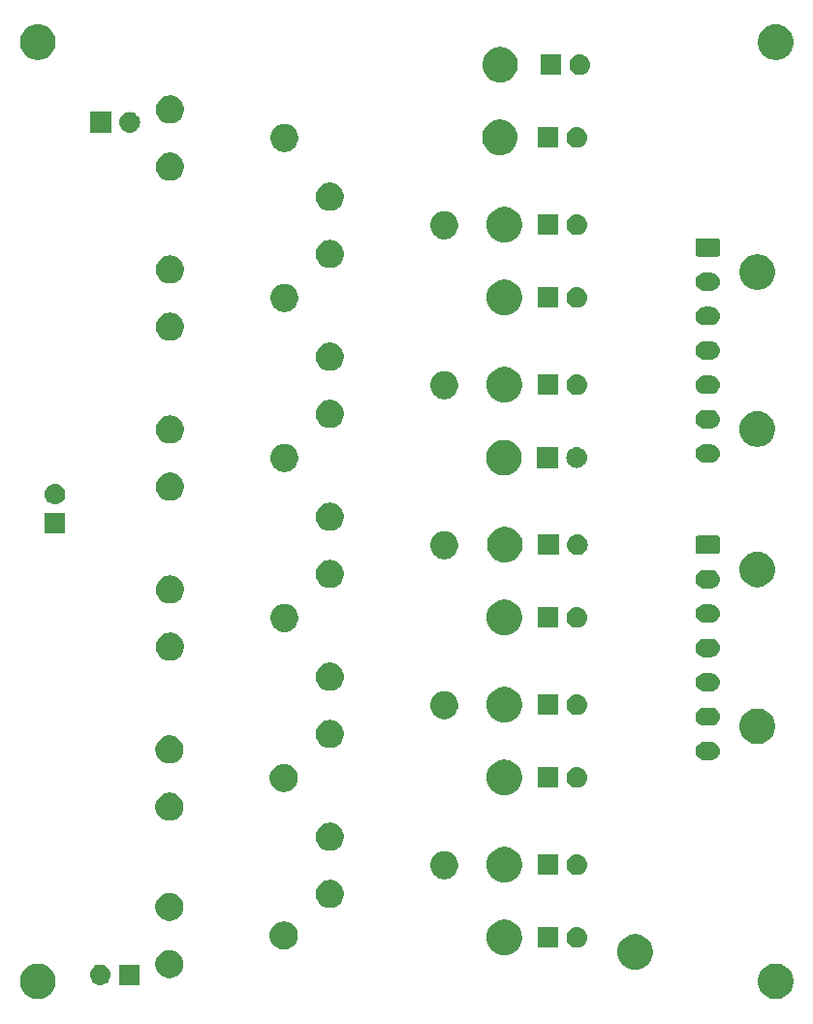
<source format=gbr>
G04 #@! TF.GenerationSoftware,KiCad,Pcbnew,(5.1.4)-1*
G04 #@! TF.CreationDate,2019-11-16T11:33:37-06:00*
G04 #@! TF.ProjectId,TestBoard,54657374-426f-4617-9264-2e6b69636164,rev?*
G04 #@! TF.SameCoordinates,Original*
G04 #@! TF.FileFunction,Soldermask,Bot*
G04 #@! TF.FilePolarity,Negative*
%FSLAX46Y46*%
G04 Gerber Fmt 4.6, Leading zero omitted, Abs format (unit mm)*
G04 Created by KiCad (PCBNEW (5.1.4)-1) date 2019-11-16 11:33:37*
%MOMM*%
%LPD*%
G04 APERTURE LIST*
%ADD10C,0.100000*%
G04 APERTURE END LIST*
D10*
G36*
X199302585Y-108978802D02*
G01*
X199452410Y-109008604D01*
X199734674Y-109125521D01*
X199988705Y-109295259D01*
X200204741Y-109511295D01*
X200374479Y-109765326D01*
X200491396Y-110047590D01*
X200551000Y-110347240D01*
X200551000Y-110652760D01*
X200491396Y-110952410D01*
X200374479Y-111234674D01*
X200204741Y-111488705D01*
X199988705Y-111704741D01*
X199734674Y-111874479D01*
X199452410Y-111991396D01*
X199302585Y-112021198D01*
X199152761Y-112051000D01*
X198847239Y-112051000D01*
X198697415Y-112021198D01*
X198547590Y-111991396D01*
X198265326Y-111874479D01*
X198011295Y-111704741D01*
X197795259Y-111488705D01*
X197625521Y-111234674D01*
X197508604Y-110952410D01*
X197449000Y-110652760D01*
X197449000Y-110347240D01*
X197508604Y-110047590D01*
X197625521Y-109765326D01*
X197795259Y-109511295D01*
X198011295Y-109295259D01*
X198265326Y-109125521D01*
X198547590Y-109008604D01*
X198697415Y-108978802D01*
X198847239Y-108949000D01*
X199152761Y-108949000D01*
X199302585Y-108978802D01*
X199302585Y-108978802D01*
G37*
G36*
X134802585Y-108978802D02*
G01*
X134952410Y-109008604D01*
X135234674Y-109125521D01*
X135488705Y-109295259D01*
X135704741Y-109511295D01*
X135874479Y-109765326D01*
X135991396Y-110047590D01*
X136051000Y-110347240D01*
X136051000Y-110652760D01*
X135991396Y-110952410D01*
X135874479Y-111234674D01*
X135704741Y-111488705D01*
X135488705Y-111704741D01*
X135234674Y-111874479D01*
X134952410Y-111991396D01*
X134802585Y-112021198D01*
X134652761Y-112051000D01*
X134347239Y-112051000D01*
X134197415Y-112021198D01*
X134047590Y-111991396D01*
X133765326Y-111874479D01*
X133511295Y-111704741D01*
X133295259Y-111488705D01*
X133125521Y-111234674D01*
X133008604Y-110952410D01*
X132949000Y-110652760D01*
X132949000Y-110347240D01*
X133008604Y-110047590D01*
X133125521Y-109765326D01*
X133295259Y-109511295D01*
X133511295Y-109295259D01*
X133765326Y-109125521D01*
X134047590Y-109008604D01*
X134197415Y-108978802D01*
X134347239Y-108949000D01*
X134652761Y-108949000D01*
X134802585Y-108978802D01*
X134802585Y-108978802D01*
G37*
G36*
X143401000Y-110841000D02*
G01*
X141599000Y-110841000D01*
X141599000Y-109039000D01*
X143401000Y-109039000D01*
X143401000Y-110841000D01*
X143401000Y-110841000D01*
G37*
G36*
X140070442Y-109045518D02*
G01*
X140136627Y-109052037D01*
X140306466Y-109103557D01*
X140462991Y-109187222D01*
X140498729Y-109216552D01*
X140600186Y-109299814D01*
X140683448Y-109401271D01*
X140712778Y-109437009D01*
X140796443Y-109593534D01*
X140847963Y-109763373D01*
X140865359Y-109940000D01*
X140847963Y-110116627D01*
X140796443Y-110286466D01*
X140712778Y-110442991D01*
X140683448Y-110478729D01*
X140600186Y-110580186D01*
X140511753Y-110652760D01*
X140462991Y-110692778D01*
X140306466Y-110776443D01*
X140136627Y-110827963D01*
X140070443Y-110834481D01*
X140004260Y-110841000D01*
X139915740Y-110841000D01*
X139849557Y-110834481D01*
X139783373Y-110827963D01*
X139613534Y-110776443D01*
X139457009Y-110692778D01*
X139408247Y-110652760D01*
X139319814Y-110580186D01*
X139236552Y-110478729D01*
X139207222Y-110442991D01*
X139123557Y-110286466D01*
X139072037Y-110116627D01*
X139054641Y-109940000D01*
X139072037Y-109763373D01*
X139123557Y-109593534D01*
X139207222Y-109437009D01*
X139236552Y-109401271D01*
X139319814Y-109299814D01*
X139421271Y-109216552D01*
X139457009Y-109187222D01*
X139613534Y-109103557D01*
X139783373Y-109052037D01*
X139849558Y-109045518D01*
X139915740Y-109039000D01*
X140004260Y-109039000D01*
X140070442Y-109045518D01*
X140070442Y-109045518D01*
G37*
G36*
X146211958Y-107797240D02*
G01*
X146356153Y-107825922D01*
X146448194Y-107864047D01*
X146578359Y-107917963D01*
X146778342Y-108051587D01*
X146948413Y-108221658D01*
X147082037Y-108421641D01*
X147135953Y-108551806D01*
X147174078Y-108643847D01*
X147182199Y-108684674D01*
X147221000Y-108879741D01*
X147221000Y-109120259D01*
X147174078Y-109356152D01*
X147082037Y-109578359D01*
X146948413Y-109778342D01*
X146778342Y-109948413D01*
X146578359Y-110082037D01*
X146494856Y-110116625D01*
X146356153Y-110174078D01*
X146238205Y-110197539D01*
X146120259Y-110221000D01*
X145879741Y-110221000D01*
X145761795Y-110197539D01*
X145643847Y-110174078D01*
X145505144Y-110116625D01*
X145421641Y-110082037D01*
X145221658Y-109948413D01*
X145051587Y-109778342D01*
X144917963Y-109578359D01*
X144825922Y-109356152D01*
X144779000Y-109120259D01*
X144779000Y-108879741D01*
X144817801Y-108684674D01*
X144825922Y-108643847D01*
X144864047Y-108551806D01*
X144917963Y-108421641D01*
X145051587Y-108221658D01*
X145221658Y-108051587D01*
X145421641Y-107917963D01*
X145551806Y-107864047D01*
X145643847Y-107825922D01*
X145788042Y-107797240D01*
X145879741Y-107779000D01*
X146120259Y-107779000D01*
X146211958Y-107797240D01*
X146211958Y-107797240D01*
G37*
G36*
X186992585Y-106428802D02*
G01*
X187142410Y-106458604D01*
X187424674Y-106575521D01*
X187678705Y-106745259D01*
X187894741Y-106961295D01*
X188064479Y-107215326D01*
X188181396Y-107497590D01*
X188211198Y-107647415D01*
X188241000Y-107797239D01*
X188241000Y-108102761D01*
X188217350Y-108221658D01*
X188181396Y-108402410D01*
X188064479Y-108684674D01*
X187894741Y-108938705D01*
X187678705Y-109154741D01*
X187424674Y-109324479D01*
X187142410Y-109441396D01*
X186992585Y-109471198D01*
X186842761Y-109501000D01*
X186537239Y-109501000D01*
X186387415Y-109471198D01*
X186237590Y-109441396D01*
X185955326Y-109324479D01*
X185701295Y-109154741D01*
X185485259Y-108938705D01*
X185315521Y-108684674D01*
X185198604Y-108402410D01*
X185162650Y-108221658D01*
X185139000Y-108102761D01*
X185139000Y-107797239D01*
X185168802Y-107647415D01*
X185198604Y-107497590D01*
X185315521Y-107215326D01*
X185485259Y-106961295D01*
X185701295Y-106745259D01*
X185955326Y-106575521D01*
X186237590Y-106458604D01*
X186387415Y-106428802D01*
X186537239Y-106399000D01*
X186842761Y-106399000D01*
X186992585Y-106428802D01*
X186992585Y-106428802D01*
G37*
G36*
X175562585Y-105158802D02*
G01*
X175712410Y-105188604D01*
X175994674Y-105305521D01*
X176248705Y-105475259D01*
X176464741Y-105691295D01*
X176634479Y-105945326D01*
X176751396Y-106227590D01*
X176781198Y-106377415D01*
X176797348Y-106458604D01*
X176811000Y-106527240D01*
X176811000Y-106832760D01*
X176751396Y-107132410D01*
X176634479Y-107414674D01*
X176464741Y-107668705D01*
X176248705Y-107884741D01*
X175994674Y-108054479D01*
X175712410Y-108171396D01*
X175562585Y-108201198D01*
X175412761Y-108231000D01*
X175107239Y-108231000D01*
X174957415Y-108201198D01*
X174807590Y-108171396D01*
X174525326Y-108054479D01*
X174271295Y-107884741D01*
X174055259Y-107668705D01*
X173885521Y-107414674D01*
X173768604Y-107132410D01*
X173709000Y-106832760D01*
X173709000Y-106527240D01*
X173722653Y-106458604D01*
X173738802Y-106377415D01*
X173768604Y-106227590D01*
X173885521Y-105945326D01*
X174055259Y-105691295D01*
X174271295Y-105475259D01*
X174525326Y-105305521D01*
X174807590Y-105188604D01*
X174957415Y-105158802D01*
X175107239Y-105129000D01*
X175412761Y-105129000D01*
X175562585Y-105158802D01*
X175562585Y-105158802D01*
G37*
G36*
X156238205Y-105302461D02*
G01*
X156356153Y-105325922D01*
X156448194Y-105364047D01*
X156578359Y-105417963D01*
X156778342Y-105551587D01*
X156948413Y-105721658D01*
X157082037Y-105921641D01*
X157091848Y-105945328D01*
X157174078Y-106143847D01*
X157221000Y-106379742D01*
X157221000Y-106620258D01*
X157174078Y-106856153D01*
X157135953Y-106948194D01*
X157082037Y-107078359D01*
X156948413Y-107278342D01*
X156778342Y-107448413D01*
X156578359Y-107582037D01*
X156448194Y-107635953D01*
X156356153Y-107674078D01*
X156120259Y-107721000D01*
X155879741Y-107721000D01*
X155643847Y-107674078D01*
X155551806Y-107635953D01*
X155421641Y-107582037D01*
X155221658Y-107448413D01*
X155051587Y-107278342D01*
X154917963Y-107078359D01*
X154864047Y-106948194D01*
X154825922Y-106856153D01*
X154779000Y-106620258D01*
X154779000Y-106379742D01*
X154825922Y-106143847D01*
X154908152Y-105945328D01*
X154917963Y-105921641D01*
X155051587Y-105721658D01*
X155221658Y-105551587D01*
X155421641Y-105417963D01*
X155551806Y-105364047D01*
X155643847Y-105325922D01*
X155761795Y-105302461D01*
X155879741Y-105279000D01*
X156120259Y-105279000D01*
X156238205Y-105302461D01*
X156238205Y-105302461D01*
G37*
G36*
X181720443Y-105785519D02*
G01*
X181786627Y-105792037D01*
X181956466Y-105843557D01*
X182112991Y-105927222D01*
X182135053Y-105945328D01*
X182250186Y-106039814D01*
X182333448Y-106141271D01*
X182362778Y-106177009D01*
X182446443Y-106333534D01*
X182497963Y-106503373D01*
X182515359Y-106680000D01*
X182497963Y-106856627D01*
X182446443Y-107026466D01*
X182362778Y-107182991D01*
X182333448Y-107218729D01*
X182250186Y-107320186D01*
X182148729Y-107403448D01*
X182112991Y-107432778D01*
X181956466Y-107516443D01*
X181786627Y-107567963D01*
X181720443Y-107574481D01*
X181654260Y-107581000D01*
X181565740Y-107581000D01*
X181499557Y-107574481D01*
X181433373Y-107567963D01*
X181263534Y-107516443D01*
X181107009Y-107432778D01*
X181071271Y-107403448D01*
X180969814Y-107320186D01*
X180886552Y-107218729D01*
X180857222Y-107182991D01*
X180773557Y-107026466D01*
X180722037Y-106856627D01*
X180704641Y-106680000D01*
X180722037Y-106503373D01*
X180773557Y-106333534D01*
X180857222Y-106177009D01*
X180886552Y-106141271D01*
X180969814Y-106039814D01*
X181084947Y-105945328D01*
X181107009Y-105927222D01*
X181263534Y-105843557D01*
X181433373Y-105792037D01*
X181499557Y-105785519D01*
X181565740Y-105779000D01*
X181654260Y-105779000D01*
X181720443Y-105785519D01*
X181720443Y-105785519D01*
G37*
G36*
X179971000Y-107581000D02*
G01*
X178169000Y-107581000D01*
X178169000Y-105779000D01*
X179971000Y-105779000D01*
X179971000Y-107581000D01*
X179971000Y-107581000D01*
G37*
G36*
X146238205Y-102802461D02*
G01*
X146356153Y-102825922D01*
X146448194Y-102864047D01*
X146578359Y-102917963D01*
X146778342Y-103051587D01*
X146948413Y-103221658D01*
X147082037Y-103421641D01*
X147174078Y-103643848D01*
X147221000Y-103879741D01*
X147221000Y-104120259D01*
X147174078Y-104356152D01*
X147082037Y-104578359D01*
X146948413Y-104778342D01*
X146778342Y-104948413D01*
X146578359Y-105082037D01*
X146464980Y-105129000D01*
X146356153Y-105174078D01*
X146283125Y-105188604D01*
X146120259Y-105221000D01*
X145879741Y-105221000D01*
X145716875Y-105188604D01*
X145643847Y-105174078D01*
X145535020Y-105129000D01*
X145421641Y-105082037D01*
X145221658Y-104948413D01*
X145051587Y-104778342D01*
X144917963Y-104578359D01*
X144825922Y-104356152D01*
X144779000Y-104120259D01*
X144779000Y-103879741D01*
X144825922Y-103643848D01*
X144917963Y-103421641D01*
X145051587Y-103221658D01*
X145221658Y-103051587D01*
X145421641Y-102917963D01*
X145551806Y-102864047D01*
X145643847Y-102825922D01*
X145761795Y-102802461D01*
X145879741Y-102779000D01*
X146120259Y-102779000D01*
X146238205Y-102802461D01*
X146238205Y-102802461D01*
G37*
G36*
X160376153Y-101695922D02*
G01*
X160468194Y-101734047D01*
X160598359Y-101787963D01*
X160798342Y-101921587D01*
X160968413Y-102091658D01*
X161102037Y-102291641D01*
X161194078Y-102513848D01*
X161241000Y-102749741D01*
X161241000Y-102990259D01*
X161194078Y-103226152D01*
X161102037Y-103448359D01*
X160968413Y-103648342D01*
X160798342Y-103818413D01*
X160598359Y-103952037D01*
X160468194Y-104005953D01*
X160376153Y-104044078D01*
X160258205Y-104067539D01*
X160140259Y-104091000D01*
X159899741Y-104091000D01*
X159781795Y-104067539D01*
X159663847Y-104044078D01*
X159571806Y-104005953D01*
X159441641Y-103952037D01*
X159241658Y-103818413D01*
X159071587Y-103648342D01*
X158937963Y-103448359D01*
X158845922Y-103226152D01*
X158799000Y-102990259D01*
X158799000Y-102749741D01*
X158845922Y-102513848D01*
X158937963Y-102291641D01*
X159071587Y-102091658D01*
X159241658Y-101921587D01*
X159441641Y-101787963D01*
X159571806Y-101734047D01*
X159663847Y-101695922D01*
X159781795Y-101672461D01*
X159899741Y-101649000D01*
X160140259Y-101649000D01*
X160376153Y-101695922D01*
X160376153Y-101695922D01*
G37*
G36*
X175562585Y-98808802D02*
G01*
X175712410Y-98838604D01*
X175994674Y-98955521D01*
X176248705Y-99125259D01*
X176464741Y-99341295D01*
X176634479Y-99595326D01*
X176751396Y-99877590D01*
X176778499Y-100013847D01*
X176811000Y-100177239D01*
X176811000Y-100482761D01*
X176806253Y-100506625D01*
X176751396Y-100782410D01*
X176634479Y-101064674D01*
X176464741Y-101318705D01*
X176248705Y-101534741D01*
X175994674Y-101704479D01*
X175712410Y-101821396D01*
X175562585Y-101851198D01*
X175412761Y-101881000D01*
X175107239Y-101881000D01*
X174957415Y-101851198D01*
X174807590Y-101821396D01*
X174525326Y-101704479D01*
X174271295Y-101534741D01*
X174055259Y-101318705D01*
X173885521Y-101064674D01*
X173768604Y-100782410D01*
X173713747Y-100506625D01*
X173709000Y-100482761D01*
X173709000Y-100177239D01*
X173741501Y-100013847D01*
X173768604Y-99877590D01*
X173885521Y-99595326D01*
X174055259Y-99341295D01*
X174271295Y-99125259D01*
X174525326Y-98955521D01*
X174807590Y-98838604D01*
X174957415Y-98808802D01*
X175107239Y-98779000D01*
X175412761Y-98779000D01*
X175562585Y-98808802D01*
X175562585Y-98808802D01*
G37*
G36*
X170258205Y-99172461D02*
G01*
X170376153Y-99195922D01*
X170468194Y-99234047D01*
X170598359Y-99287963D01*
X170798342Y-99421587D01*
X170968413Y-99591658D01*
X171102037Y-99791641D01*
X171194078Y-100013848D01*
X171241000Y-100249741D01*
X171241000Y-100490259D01*
X171194078Y-100726152D01*
X171102037Y-100948359D01*
X170968413Y-101148342D01*
X170798342Y-101318413D01*
X170598359Y-101452037D01*
X170468194Y-101505953D01*
X170376153Y-101544078D01*
X170258205Y-101567539D01*
X170140259Y-101591000D01*
X169899741Y-101591000D01*
X169781795Y-101567539D01*
X169663847Y-101544078D01*
X169571806Y-101505953D01*
X169441641Y-101452037D01*
X169241658Y-101318413D01*
X169071587Y-101148342D01*
X168937963Y-100948359D01*
X168845922Y-100726152D01*
X168799000Y-100490259D01*
X168799000Y-100249741D01*
X168845922Y-100013848D01*
X168937963Y-99791641D01*
X169071587Y-99591658D01*
X169241658Y-99421587D01*
X169441641Y-99287963D01*
X169571806Y-99234047D01*
X169663847Y-99195922D01*
X169781795Y-99172461D01*
X169899741Y-99149000D01*
X170140259Y-99149000D01*
X170258205Y-99172461D01*
X170258205Y-99172461D01*
G37*
G36*
X179971000Y-101231000D02*
G01*
X178169000Y-101231000D01*
X178169000Y-99429000D01*
X179971000Y-99429000D01*
X179971000Y-101231000D01*
X179971000Y-101231000D01*
G37*
G36*
X181720443Y-99435519D02*
G01*
X181786627Y-99442037D01*
X181956466Y-99493557D01*
X182112991Y-99577222D01*
X182135053Y-99595328D01*
X182250186Y-99689814D01*
X182333448Y-99791271D01*
X182362778Y-99827009D01*
X182446443Y-99983534D01*
X182497963Y-100153373D01*
X182515359Y-100330000D01*
X182497963Y-100506627D01*
X182446443Y-100676466D01*
X182362778Y-100832991D01*
X182333448Y-100868729D01*
X182250186Y-100970186D01*
X182148729Y-101053448D01*
X182112991Y-101082778D01*
X181956466Y-101166443D01*
X181786627Y-101217963D01*
X181720443Y-101224481D01*
X181654260Y-101231000D01*
X181565740Y-101231000D01*
X181499558Y-101224482D01*
X181433373Y-101217963D01*
X181263534Y-101166443D01*
X181107009Y-101082778D01*
X181071271Y-101053448D01*
X180969814Y-100970186D01*
X180886552Y-100868729D01*
X180857222Y-100832991D01*
X180773557Y-100676466D01*
X180722037Y-100506627D01*
X180704641Y-100330000D01*
X180722037Y-100153373D01*
X180773557Y-99983534D01*
X180857222Y-99827009D01*
X180886552Y-99791271D01*
X180969814Y-99689814D01*
X181084947Y-99595328D01*
X181107009Y-99577222D01*
X181263534Y-99493557D01*
X181433373Y-99442037D01*
X181499558Y-99435518D01*
X181565740Y-99429000D01*
X181654260Y-99429000D01*
X181720443Y-99435519D01*
X181720443Y-99435519D01*
G37*
G36*
X160376153Y-96695922D02*
G01*
X160468194Y-96734047D01*
X160598359Y-96787963D01*
X160798342Y-96921587D01*
X160968413Y-97091658D01*
X161102037Y-97291641D01*
X161194078Y-97513848D01*
X161241000Y-97749741D01*
X161241000Y-97990259D01*
X161194078Y-98226152D01*
X161102037Y-98448359D01*
X160968413Y-98648342D01*
X160798342Y-98818413D01*
X160598359Y-98952037D01*
X160468194Y-99005953D01*
X160376153Y-99044078D01*
X160140259Y-99091000D01*
X159899741Y-99091000D01*
X159663847Y-99044078D01*
X159571806Y-99005953D01*
X159441641Y-98952037D01*
X159241658Y-98818413D01*
X159071587Y-98648342D01*
X158937963Y-98448359D01*
X158845922Y-98226152D01*
X158799000Y-97990259D01*
X158799000Y-97749741D01*
X158845922Y-97513848D01*
X158937963Y-97291641D01*
X159071587Y-97091658D01*
X159241658Y-96921587D01*
X159441641Y-96787963D01*
X159571806Y-96734047D01*
X159663847Y-96695922D01*
X159781795Y-96672461D01*
X159899741Y-96649000D01*
X160140259Y-96649000D01*
X160376153Y-96695922D01*
X160376153Y-96695922D01*
G37*
G36*
X146238205Y-94052461D02*
G01*
X146356153Y-94075922D01*
X146448194Y-94114047D01*
X146578359Y-94167963D01*
X146778342Y-94301587D01*
X146948413Y-94471658D01*
X147082037Y-94671641D01*
X147174078Y-94893848D01*
X147221000Y-95129741D01*
X147221000Y-95370259D01*
X147174078Y-95606152D01*
X147082037Y-95828359D01*
X146948413Y-96028342D01*
X146778342Y-96198413D01*
X146578359Y-96332037D01*
X146448194Y-96385953D01*
X146356153Y-96424078D01*
X146238205Y-96447539D01*
X146120259Y-96471000D01*
X145879741Y-96471000D01*
X145761795Y-96447539D01*
X145643847Y-96424078D01*
X145551806Y-96385953D01*
X145421641Y-96332037D01*
X145221658Y-96198413D01*
X145051587Y-96028342D01*
X144917963Y-95828359D01*
X144825922Y-95606152D01*
X144779000Y-95370259D01*
X144779000Y-95129741D01*
X144825922Y-94893848D01*
X144917963Y-94671641D01*
X145051587Y-94471658D01*
X145221658Y-94301587D01*
X145421641Y-94167963D01*
X145551806Y-94114047D01*
X145643847Y-94075922D01*
X145761795Y-94052461D01*
X145879741Y-94029000D01*
X146120259Y-94029000D01*
X146238205Y-94052461D01*
X146238205Y-94052461D01*
G37*
G36*
X175515368Y-91179410D02*
G01*
X175712410Y-91218604D01*
X175994674Y-91335521D01*
X176248705Y-91505259D01*
X176464741Y-91721295D01*
X176634479Y-91975326D01*
X176751396Y-92257590D01*
X176778499Y-92393847D01*
X176811000Y-92557239D01*
X176811000Y-92862761D01*
X176806253Y-92886625D01*
X176751396Y-93162410D01*
X176634479Y-93444674D01*
X176464741Y-93698705D01*
X176248705Y-93914741D01*
X175994674Y-94084479D01*
X175712410Y-94201396D01*
X175562585Y-94231198D01*
X175412761Y-94261000D01*
X175107239Y-94261000D01*
X174957415Y-94231198D01*
X174807590Y-94201396D01*
X174525326Y-94084479D01*
X174271295Y-93914741D01*
X174055259Y-93698705D01*
X173885521Y-93444674D01*
X173768604Y-93162410D01*
X173713747Y-92886625D01*
X173709000Y-92862761D01*
X173709000Y-92557239D01*
X173741501Y-92393847D01*
X173768604Y-92257590D01*
X173885521Y-91975326D01*
X174055259Y-91721295D01*
X174271295Y-91505259D01*
X174525326Y-91335521D01*
X174807590Y-91218604D01*
X175004632Y-91179410D01*
X175107239Y-91159000D01*
X175412761Y-91159000D01*
X175515368Y-91179410D01*
X175515368Y-91179410D01*
G37*
G36*
X156356153Y-91575922D02*
G01*
X156448194Y-91614047D01*
X156578359Y-91667963D01*
X156778342Y-91801587D01*
X156948413Y-91971658D01*
X157082037Y-92171641D01*
X157174078Y-92393848D01*
X157221000Y-92629741D01*
X157221000Y-92870259D01*
X157174078Y-93106152D01*
X157082037Y-93328359D01*
X156948413Y-93528342D01*
X156778342Y-93698413D01*
X156578359Y-93832037D01*
X156448194Y-93885953D01*
X156356153Y-93924078D01*
X156238205Y-93947539D01*
X156120259Y-93971000D01*
X155879741Y-93971000D01*
X155761795Y-93947539D01*
X155643847Y-93924078D01*
X155551806Y-93885953D01*
X155421641Y-93832037D01*
X155221658Y-93698413D01*
X155051587Y-93528342D01*
X154917963Y-93328359D01*
X154825922Y-93106152D01*
X154779000Y-92870259D01*
X154779000Y-92629741D01*
X154825922Y-92393848D01*
X154917963Y-92171641D01*
X155051587Y-91971658D01*
X155221658Y-91801587D01*
X155421641Y-91667963D01*
X155551806Y-91614047D01*
X155643847Y-91575922D01*
X155761795Y-91552461D01*
X155879741Y-91529000D01*
X156120259Y-91529000D01*
X156356153Y-91575922D01*
X156356153Y-91575922D01*
G37*
G36*
X179971000Y-93611000D02*
G01*
X178169000Y-93611000D01*
X178169000Y-91809000D01*
X179971000Y-91809000D01*
X179971000Y-93611000D01*
X179971000Y-93611000D01*
G37*
G36*
X181720442Y-91815518D02*
G01*
X181786627Y-91822037D01*
X181956466Y-91873557D01*
X182112991Y-91957222D01*
X182135053Y-91975328D01*
X182250186Y-92069814D01*
X182333448Y-92171271D01*
X182362778Y-92207009D01*
X182446443Y-92363534D01*
X182497963Y-92533373D01*
X182515359Y-92710000D01*
X182497963Y-92886627D01*
X182446443Y-93056466D01*
X182362778Y-93212991D01*
X182333448Y-93248729D01*
X182250186Y-93350186D01*
X182148729Y-93433448D01*
X182112991Y-93462778D01*
X181956466Y-93546443D01*
X181786627Y-93597963D01*
X181720442Y-93604482D01*
X181654260Y-93611000D01*
X181565740Y-93611000D01*
X181499557Y-93604481D01*
X181433373Y-93597963D01*
X181263534Y-93546443D01*
X181107009Y-93462778D01*
X181071271Y-93433448D01*
X180969814Y-93350186D01*
X180886552Y-93248729D01*
X180857222Y-93212991D01*
X180773557Y-93056466D01*
X180722037Y-92886627D01*
X180704641Y-92710000D01*
X180722037Y-92533373D01*
X180773557Y-92363534D01*
X180857222Y-92207009D01*
X180886552Y-92171271D01*
X180969814Y-92069814D01*
X181084947Y-91975328D01*
X181107009Y-91957222D01*
X181263534Y-91873557D01*
X181433373Y-91822037D01*
X181499558Y-91815518D01*
X181565740Y-91809000D01*
X181654260Y-91809000D01*
X181720442Y-91815518D01*
X181720442Y-91815518D01*
G37*
G36*
X146238205Y-89052461D02*
G01*
X146356153Y-89075922D01*
X146448194Y-89114047D01*
X146578359Y-89167963D01*
X146778342Y-89301587D01*
X146948413Y-89471658D01*
X147082037Y-89671641D01*
X147102387Y-89720771D01*
X147174078Y-89893847D01*
X147221000Y-90129742D01*
X147221000Y-90370258D01*
X147185840Y-90547023D01*
X147174078Y-90606152D01*
X147082037Y-90828359D01*
X146948413Y-91028342D01*
X146778342Y-91198413D01*
X146578359Y-91332037D01*
X146448194Y-91385953D01*
X146356153Y-91424078D01*
X146120259Y-91471000D01*
X145879741Y-91471000D01*
X145761795Y-91447539D01*
X145643847Y-91424078D01*
X145551806Y-91385953D01*
X145421641Y-91332037D01*
X145221658Y-91198413D01*
X145051587Y-91028342D01*
X144917963Y-90828359D01*
X144825922Y-90606152D01*
X144814161Y-90547023D01*
X144779000Y-90370258D01*
X144779000Y-90129742D01*
X144825922Y-89893847D01*
X144897613Y-89720771D01*
X144917963Y-89671641D01*
X145051587Y-89471658D01*
X145221658Y-89301587D01*
X145421641Y-89167963D01*
X145551806Y-89114047D01*
X145643847Y-89075922D01*
X145879741Y-89029000D01*
X146120259Y-89029000D01*
X146238205Y-89052461D01*
X146238205Y-89052461D01*
G37*
G36*
X193378571Y-89592863D02*
G01*
X193457023Y-89600590D01*
X193557682Y-89631125D01*
X193608013Y-89646392D01*
X193747165Y-89720771D01*
X193869133Y-89820867D01*
X193969229Y-89942835D01*
X194043608Y-90081987D01*
X194043608Y-90081988D01*
X194089410Y-90232977D01*
X194104875Y-90390000D01*
X194089410Y-90547023D01*
X194071473Y-90606152D01*
X194043608Y-90698013D01*
X193969229Y-90837165D01*
X193869133Y-90959133D01*
X193747165Y-91059229D01*
X193608013Y-91133608D01*
X193557682Y-91148875D01*
X193457023Y-91179410D01*
X193378571Y-91187137D01*
X193339346Y-91191000D01*
X192740654Y-91191000D01*
X192701429Y-91187137D01*
X192622977Y-91179410D01*
X192522318Y-91148875D01*
X192471987Y-91133608D01*
X192332835Y-91059229D01*
X192210867Y-90959133D01*
X192110771Y-90837165D01*
X192036392Y-90698013D01*
X192008527Y-90606152D01*
X191990590Y-90547023D01*
X191975125Y-90390000D01*
X191990590Y-90232977D01*
X192036392Y-90081988D01*
X192036392Y-90081987D01*
X192110771Y-89942835D01*
X192210867Y-89820867D01*
X192332835Y-89720771D01*
X192471987Y-89646392D01*
X192522318Y-89631125D01*
X192622977Y-89600590D01*
X192701429Y-89592863D01*
X192740654Y-89589000D01*
X193339346Y-89589000D01*
X193378571Y-89592863D01*
X193378571Y-89592863D01*
G37*
G36*
X160235839Y-87698012D02*
G01*
X160376153Y-87725922D01*
X160468194Y-87764047D01*
X160598359Y-87817963D01*
X160798342Y-87951587D01*
X160968413Y-88121658D01*
X161102037Y-88321641D01*
X161194078Y-88543848D01*
X161241000Y-88779741D01*
X161241000Y-89020259D01*
X161194078Y-89256152D01*
X161102037Y-89478359D01*
X160968413Y-89678342D01*
X160798342Y-89848413D01*
X160598359Y-89982037D01*
X160468194Y-90035953D01*
X160376153Y-90074078D01*
X160336391Y-90081987D01*
X160140259Y-90121000D01*
X159899741Y-90121000D01*
X159703609Y-90081987D01*
X159663847Y-90074078D01*
X159571806Y-90035953D01*
X159441641Y-89982037D01*
X159241658Y-89848413D01*
X159071587Y-89678342D01*
X158937963Y-89478359D01*
X158845922Y-89256152D01*
X158799000Y-89020259D01*
X158799000Y-88779741D01*
X158845922Y-88543848D01*
X158937963Y-88321641D01*
X159071587Y-88121658D01*
X159241658Y-87951587D01*
X159441641Y-87817963D01*
X159571806Y-87764047D01*
X159663847Y-87725922D01*
X159804161Y-87698012D01*
X159899741Y-87679000D01*
X160140259Y-87679000D01*
X160235839Y-87698012D01*
X160235839Y-87698012D01*
G37*
G36*
X197600568Y-86706466D02*
G01*
X197812410Y-86748604D01*
X198094674Y-86865521D01*
X198348705Y-87035259D01*
X198564741Y-87251295D01*
X198734479Y-87505326D01*
X198851396Y-87787590D01*
X198911000Y-88087240D01*
X198911000Y-88392760D01*
X198851396Y-88692410D01*
X198734479Y-88974674D01*
X198564741Y-89228705D01*
X198348705Y-89444741D01*
X198094674Y-89614479D01*
X197812410Y-89731396D01*
X197662585Y-89761198D01*
X197512761Y-89791000D01*
X197207239Y-89791000D01*
X197057415Y-89761198D01*
X196907590Y-89731396D01*
X196625326Y-89614479D01*
X196371295Y-89444741D01*
X196155259Y-89228705D01*
X195985521Y-88974674D01*
X195868604Y-88692410D01*
X195809000Y-88392760D01*
X195809000Y-88087240D01*
X195868604Y-87787590D01*
X195985521Y-87505326D01*
X196155259Y-87251295D01*
X196371295Y-87035259D01*
X196625326Y-86865521D01*
X196907590Y-86748604D01*
X197119432Y-86706466D01*
X197207239Y-86689000D01*
X197512761Y-86689000D01*
X197600568Y-86706466D01*
X197600568Y-86706466D01*
G37*
G36*
X193378571Y-86592863D02*
G01*
X193457023Y-86600590D01*
X193557682Y-86631125D01*
X193608013Y-86646392D01*
X193747165Y-86720771D01*
X193869133Y-86820867D01*
X193969229Y-86942835D01*
X194043608Y-87081987D01*
X194043608Y-87081988D01*
X194089410Y-87232977D01*
X194104875Y-87390000D01*
X194089410Y-87547023D01*
X194084035Y-87564741D01*
X194043608Y-87698013D01*
X193969229Y-87837165D01*
X193869133Y-87959133D01*
X193747165Y-88059229D01*
X193608013Y-88133608D01*
X193557682Y-88148875D01*
X193457023Y-88179410D01*
X193378571Y-88187137D01*
X193339346Y-88191000D01*
X192740654Y-88191000D01*
X192701429Y-88187137D01*
X192622977Y-88179410D01*
X192522318Y-88148875D01*
X192471987Y-88133608D01*
X192332835Y-88059229D01*
X192210867Y-87959133D01*
X192110771Y-87837165D01*
X192036392Y-87698013D01*
X191995965Y-87564741D01*
X191990590Y-87547023D01*
X191975125Y-87390000D01*
X191990590Y-87232977D01*
X192036392Y-87081988D01*
X192036392Y-87081987D01*
X192110771Y-86942835D01*
X192210867Y-86820867D01*
X192332835Y-86720771D01*
X192471987Y-86646392D01*
X192522318Y-86631125D01*
X192622977Y-86600590D01*
X192701429Y-86592863D01*
X192740654Y-86589000D01*
X193339346Y-86589000D01*
X193378571Y-86592863D01*
X193378571Y-86592863D01*
G37*
G36*
X175554355Y-84837165D02*
G01*
X175712410Y-84868604D01*
X175994674Y-84985521D01*
X176248705Y-85155259D01*
X176464741Y-85371295D01*
X176634479Y-85625326D01*
X176751396Y-85907590D01*
X176778499Y-86043847D01*
X176811000Y-86207239D01*
X176811000Y-86512761D01*
X176806253Y-86536625D01*
X176751396Y-86812410D01*
X176634479Y-87094674D01*
X176464741Y-87348705D01*
X176248705Y-87564741D01*
X175994674Y-87734479D01*
X175712410Y-87851396D01*
X175562585Y-87881198D01*
X175412761Y-87911000D01*
X175107239Y-87911000D01*
X174957415Y-87881198D01*
X174807590Y-87851396D01*
X174525326Y-87734479D01*
X174271295Y-87564741D01*
X174055259Y-87348705D01*
X173885521Y-87094674D01*
X173768604Y-86812410D01*
X173713747Y-86536625D01*
X173709000Y-86512761D01*
X173709000Y-86207239D01*
X173741501Y-86043847D01*
X173768604Y-85907590D01*
X173885521Y-85625326D01*
X174055259Y-85371295D01*
X174271295Y-85155259D01*
X174525326Y-84985521D01*
X174807590Y-84868604D01*
X174965645Y-84837165D01*
X175107239Y-84809000D01*
X175412761Y-84809000D01*
X175554355Y-84837165D01*
X175554355Y-84837165D01*
G37*
G36*
X170200587Y-85191000D02*
G01*
X170376153Y-85225922D01*
X170468194Y-85264047D01*
X170598359Y-85317963D01*
X170798342Y-85451587D01*
X170968413Y-85621658D01*
X171102037Y-85821641D01*
X171194078Y-86043848D01*
X171241000Y-86279741D01*
X171241000Y-86520259D01*
X171225021Y-86600590D01*
X171195580Y-86748604D01*
X171194078Y-86756152D01*
X171102037Y-86978359D01*
X170968413Y-87178342D01*
X170798342Y-87348413D01*
X170598359Y-87482037D01*
X170542129Y-87505328D01*
X170376153Y-87574078D01*
X170258205Y-87597539D01*
X170140259Y-87621000D01*
X169899741Y-87621000D01*
X169781795Y-87597539D01*
X169663847Y-87574078D01*
X169497871Y-87505328D01*
X169441641Y-87482037D01*
X169241658Y-87348413D01*
X169071587Y-87178342D01*
X168937963Y-86978359D01*
X168845922Y-86756152D01*
X168844421Y-86748604D01*
X168814979Y-86600590D01*
X168799000Y-86520259D01*
X168799000Y-86279741D01*
X168845922Y-86043848D01*
X168937963Y-85821641D01*
X169071587Y-85621658D01*
X169241658Y-85451587D01*
X169441641Y-85317963D01*
X169571806Y-85264047D01*
X169663847Y-85225922D01*
X169839413Y-85191000D01*
X169899741Y-85179000D01*
X170140259Y-85179000D01*
X170200587Y-85191000D01*
X170200587Y-85191000D01*
G37*
G36*
X179971000Y-87261000D02*
G01*
X178169000Y-87261000D01*
X178169000Y-85459000D01*
X179971000Y-85459000D01*
X179971000Y-87261000D01*
X179971000Y-87261000D01*
G37*
G36*
X181720442Y-85465518D02*
G01*
X181786627Y-85472037D01*
X181956466Y-85523557D01*
X182112991Y-85607222D01*
X182135053Y-85625328D01*
X182250186Y-85719814D01*
X182333448Y-85821271D01*
X182362778Y-85857009D01*
X182446443Y-86013534D01*
X182497963Y-86183373D01*
X182515359Y-86360000D01*
X182497963Y-86536627D01*
X182446443Y-86706466D01*
X182362778Y-86862991D01*
X182333448Y-86898729D01*
X182250186Y-87000186D01*
X182150510Y-87081987D01*
X182112991Y-87112778D01*
X181956466Y-87196443D01*
X181786627Y-87247963D01*
X181720442Y-87254482D01*
X181654260Y-87261000D01*
X181565740Y-87261000D01*
X181499558Y-87254482D01*
X181433373Y-87247963D01*
X181263534Y-87196443D01*
X181107009Y-87112778D01*
X181069490Y-87081987D01*
X180969814Y-87000186D01*
X180886552Y-86898729D01*
X180857222Y-86862991D01*
X180773557Y-86706466D01*
X180722037Y-86536627D01*
X180704641Y-86360000D01*
X180722037Y-86183373D01*
X180773557Y-86013534D01*
X180857222Y-85857009D01*
X180886552Y-85821271D01*
X180969814Y-85719814D01*
X181084947Y-85625328D01*
X181107009Y-85607222D01*
X181263534Y-85523557D01*
X181433373Y-85472037D01*
X181499558Y-85465518D01*
X181565740Y-85459000D01*
X181654260Y-85459000D01*
X181720442Y-85465518D01*
X181720442Y-85465518D01*
G37*
G36*
X193378571Y-83592863D02*
G01*
X193457023Y-83600590D01*
X193557682Y-83631125D01*
X193608013Y-83646392D01*
X193747165Y-83720771D01*
X193869133Y-83820867D01*
X193969229Y-83942835D01*
X194043608Y-84081987D01*
X194043608Y-84081988D01*
X194089410Y-84232977D01*
X194104875Y-84390000D01*
X194089410Y-84547023D01*
X194058875Y-84647682D01*
X194043608Y-84698013D01*
X193969229Y-84837165D01*
X193869133Y-84959133D01*
X193747165Y-85059229D01*
X193608013Y-85133608D01*
X193557682Y-85148875D01*
X193457023Y-85179410D01*
X193378571Y-85187137D01*
X193339346Y-85191000D01*
X192740654Y-85191000D01*
X192701429Y-85187137D01*
X192622977Y-85179410D01*
X192522318Y-85148875D01*
X192471987Y-85133608D01*
X192332835Y-85059229D01*
X192210867Y-84959133D01*
X192110771Y-84837165D01*
X192036392Y-84698013D01*
X192021125Y-84647682D01*
X191990590Y-84547023D01*
X191975125Y-84390000D01*
X191990590Y-84232977D01*
X192036392Y-84081988D01*
X192036392Y-84081987D01*
X192110771Y-83942835D01*
X192210867Y-83820867D01*
X192332835Y-83720771D01*
X192471987Y-83646392D01*
X192522318Y-83631125D01*
X192622977Y-83600590D01*
X192701429Y-83592863D01*
X192740654Y-83589000D01*
X193339346Y-83589000D01*
X193378571Y-83592863D01*
X193378571Y-83592863D01*
G37*
G36*
X160376153Y-82725922D02*
G01*
X160468194Y-82764047D01*
X160598359Y-82817963D01*
X160798342Y-82951587D01*
X160968413Y-83121658D01*
X161102037Y-83321641D01*
X161194078Y-83543848D01*
X161241000Y-83779741D01*
X161241000Y-84020259D01*
X161228721Y-84081988D01*
X161198688Y-84232979D01*
X161194078Y-84256152D01*
X161102037Y-84478359D01*
X160968413Y-84678342D01*
X160798342Y-84848413D01*
X160598359Y-84982037D01*
X160468194Y-85035953D01*
X160376153Y-85074078D01*
X160140259Y-85121000D01*
X159899741Y-85121000D01*
X159663847Y-85074078D01*
X159571806Y-85035953D01*
X159441641Y-84982037D01*
X159241658Y-84848413D01*
X159071587Y-84678342D01*
X158937963Y-84478359D01*
X158845922Y-84256152D01*
X158841313Y-84232979D01*
X158811279Y-84081988D01*
X158799000Y-84020259D01*
X158799000Y-83779741D01*
X158845922Y-83543848D01*
X158937963Y-83321641D01*
X159071587Y-83121658D01*
X159241658Y-82951587D01*
X159441641Y-82817963D01*
X159571806Y-82764047D01*
X159663847Y-82725922D01*
X159899741Y-82679000D01*
X160140259Y-82679000D01*
X160376153Y-82725922D01*
X160376153Y-82725922D01*
G37*
G36*
X146406153Y-80105922D02*
G01*
X146498194Y-80144047D01*
X146628359Y-80197963D01*
X146828342Y-80331587D01*
X146998413Y-80501658D01*
X147132037Y-80701641D01*
X147181422Y-80820867D01*
X147224078Y-80923847D01*
X147271000Y-81159742D01*
X147271000Y-81400258D01*
X147224078Y-81636153D01*
X147185953Y-81728194D01*
X147132037Y-81858359D01*
X146998413Y-82058342D01*
X146828342Y-82228413D01*
X146628359Y-82362037D01*
X146498194Y-82415953D01*
X146406153Y-82454078D01*
X146288205Y-82477539D01*
X146170259Y-82501000D01*
X145929741Y-82501000D01*
X145811795Y-82477539D01*
X145693847Y-82454078D01*
X145601806Y-82415953D01*
X145471641Y-82362037D01*
X145271658Y-82228413D01*
X145101587Y-82058342D01*
X144967963Y-81858359D01*
X144914047Y-81728194D01*
X144875922Y-81636153D01*
X144829000Y-81400258D01*
X144829000Y-81159742D01*
X144875922Y-80923847D01*
X144918578Y-80820867D01*
X144967963Y-80701641D01*
X145101587Y-80501658D01*
X145271658Y-80331587D01*
X145471641Y-80197963D01*
X145601806Y-80144047D01*
X145693847Y-80105922D01*
X145811795Y-80082461D01*
X145929741Y-80059000D01*
X146170259Y-80059000D01*
X146406153Y-80105922D01*
X146406153Y-80105922D01*
G37*
G36*
X193378571Y-80592863D02*
G01*
X193457023Y-80600590D01*
X193557682Y-80631125D01*
X193608013Y-80646392D01*
X193747165Y-80720771D01*
X193869133Y-80820867D01*
X193969229Y-80942835D01*
X194043608Y-81081987D01*
X194043608Y-81081988D01*
X194089410Y-81232977D01*
X194104875Y-81390000D01*
X194089410Y-81547023D01*
X194062373Y-81636152D01*
X194043608Y-81698013D01*
X193969229Y-81837165D01*
X193869133Y-81959133D01*
X193747165Y-82059229D01*
X193608013Y-82133608D01*
X193557682Y-82148875D01*
X193457023Y-82179410D01*
X193378571Y-82187137D01*
X193339346Y-82191000D01*
X192740654Y-82191000D01*
X192701429Y-82187137D01*
X192622977Y-82179410D01*
X192522318Y-82148875D01*
X192471987Y-82133608D01*
X192332835Y-82059229D01*
X192210867Y-81959133D01*
X192110771Y-81837165D01*
X192036392Y-81698013D01*
X192017627Y-81636152D01*
X191990590Y-81547023D01*
X191975125Y-81390000D01*
X191990590Y-81232977D01*
X192036392Y-81081988D01*
X192036392Y-81081987D01*
X192110771Y-80942835D01*
X192210867Y-80820867D01*
X192332835Y-80720771D01*
X192471987Y-80646392D01*
X192522318Y-80631125D01*
X192622977Y-80600590D01*
X192701429Y-80592863D01*
X192740654Y-80589000D01*
X193339346Y-80589000D01*
X193378571Y-80592863D01*
X193378571Y-80592863D01*
G37*
G36*
X175562585Y-77218802D02*
G01*
X175712410Y-77248604D01*
X175994674Y-77365521D01*
X176248705Y-77535259D01*
X176464741Y-77751295D01*
X176634479Y-78005326D01*
X176751396Y-78287590D01*
X176778499Y-78423847D01*
X176811000Y-78587239D01*
X176811000Y-78892761D01*
X176806253Y-78916625D01*
X176751396Y-79192410D01*
X176634479Y-79474674D01*
X176464741Y-79728705D01*
X176248705Y-79944741D01*
X175994674Y-80114479D01*
X175712410Y-80231396D01*
X175562585Y-80261198D01*
X175412761Y-80291000D01*
X175107239Y-80291000D01*
X174957415Y-80261198D01*
X174807590Y-80231396D01*
X174525326Y-80114479D01*
X174271295Y-79944741D01*
X174055259Y-79728705D01*
X173885521Y-79474674D01*
X173768604Y-79192410D01*
X173713747Y-78916625D01*
X173709000Y-78892761D01*
X173709000Y-78587239D01*
X173741501Y-78423847D01*
X173768604Y-78287590D01*
X173885521Y-78005326D01*
X174055259Y-77751295D01*
X174271295Y-77535259D01*
X174525326Y-77365521D01*
X174807590Y-77248604D01*
X174957415Y-77218802D01*
X175107239Y-77189000D01*
X175412761Y-77189000D01*
X175562585Y-77218802D01*
X175562585Y-77218802D01*
G37*
G36*
X156406153Y-77605922D02*
G01*
X156498194Y-77644047D01*
X156628359Y-77697963D01*
X156828342Y-77831587D01*
X156998413Y-78001658D01*
X157132037Y-78201641D01*
X157224078Y-78423848D01*
X157271000Y-78659741D01*
X157271000Y-78900259D01*
X157224078Y-79136152D01*
X157132037Y-79358359D01*
X156998413Y-79558342D01*
X156828342Y-79728413D01*
X156628359Y-79862037D01*
X156498194Y-79915953D01*
X156406153Y-79954078D01*
X156170259Y-80001000D01*
X155929741Y-80001000D01*
X155693847Y-79954078D01*
X155601806Y-79915953D01*
X155471641Y-79862037D01*
X155271658Y-79728413D01*
X155101587Y-79558342D01*
X154967963Y-79358359D01*
X154875922Y-79136152D01*
X154829000Y-78900259D01*
X154829000Y-78659741D01*
X154875922Y-78423848D01*
X154967963Y-78201641D01*
X155101587Y-78001658D01*
X155271658Y-77831587D01*
X155471641Y-77697963D01*
X155601806Y-77644047D01*
X155693847Y-77605922D01*
X155929741Y-77559000D01*
X156170259Y-77559000D01*
X156406153Y-77605922D01*
X156406153Y-77605922D01*
G37*
G36*
X179971000Y-79641000D02*
G01*
X178169000Y-79641000D01*
X178169000Y-77839000D01*
X179971000Y-77839000D01*
X179971000Y-79641000D01*
X179971000Y-79641000D01*
G37*
G36*
X181720443Y-77845519D02*
G01*
X181786627Y-77852037D01*
X181956466Y-77903557D01*
X182112991Y-77987222D01*
X182135053Y-78005328D01*
X182250186Y-78099814D01*
X182333448Y-78201271D01*
X182362778Y-78237009D01*
X182446443Y-78393534D01*
X182497963Y-78563373D01*
X182515359Y-78740000D01*
X182497963Y-78916627D01*
X182446443Y-79086466D01*
X182362778Y-79242991D01*
X182333448Y-79278729D01*
X182250186Y-79380186D01*
X182148729Y-79463448D01*
X182112991Y-79492778D01*
X181956466Y-79576443D01*
X181786627Y-79627963D01*
X181720442Y-79634482D01*
X181654260Y-79641000D01*
X181565740Y-79641000D01*
X181499558Y-79634482D01*
X181433373Y-79627963D01*
X181263534Y-79576443D01*
X181107009Y-79492778D01*
X181071271Y-79463448D01*
X180969814Y-79380186D01*
X180886552Y-79278729D01*
X180857222Y-79242991D01*
X180773557Y-79086466D01*
X180722037Y-78916627D01*
X180704641Y-78740000D01*
X180722037Y-78563373D01*
X180773557Y-78393534D01*
X180857222Y-78237009D01*
X180886552Y-78201271D01*
X180969814Y-78099814D01*
X181084947Y-78005328D01*
X181107009Y-77987222D01*
X181263534Y-77903557D01*
X181433373Y-77852037D01*
X181499557Y-77845519D01*
X181565740Y-77839000D01*
X181654260Y-77839000D01*
X181720443Y-77845519D01*
X181720443Y-77845519D01*
G37*
G36*
X193378571Y-77592863D02*
G01*
X193457023Y-77600590D01*
X193557682Y-77631125D01*
X193608013Y-77646392D01*
X193747165Y-77720771D01*
X193869133Y-77820867D01*
X193969229Y-77942835D01*
X194043608Y-78081987D01*
X194049016Y-78099815D01*
X194089410Y-78232977D01*
X194104875Y-78390000D01*
X194089410Y-78547023D01*
X194077210Y-78587240D01*
X194043608Y-78698013D01*
X193969229Y-78837165D01*
X193869133Y-78959133D01*
X193747165Y-79059229D01*
X193608013Y-79133608D01*
X193557682Y-79148875D01*
X193457023Y-79179410D01*
X193378571Y-79187137D01*
X193339346Y-79191000D01*
X192740654Y-79191000D01*
X192701429Y-79187137D01*
X192622977Y-79179410D01*
X192522318Y-79148875D01*
X192471987Y-79133608D01*
X192332835Y-79059229D01*
X192210867Y-78959133D01*
X192110771Y-78837165D01*
X192036392Y-78698013D01*
X192002790Y-78587240D01*
X191990590Y-78547023D01*
X191975125Y-78390000D01*
X191990590Y-78232977D01*
X192030984Y-78099815D01*
X192036392Y-78081987D01*
X192110771Y-77942835D01*
X192210867Y-77820867D01*
X192332835Y-77720771D01*
X192471987Y-77646392D01*
X192522318Y-77631125D01*
X192622977Y-77600590D01*
X192701429Y-77592863D01*
X192740654Y-77589000D01*
X193339346Y-77589000D01*
X193378571Y-77592863D01*
X193378571Y-77592863D01*
G37*
G36*
X146285823Y-75081987D02*
G01*
X146406153Y-75105922D01*
X146498194Y-75144047D01*
X146628359Y-75197963D01*
X146828342Y-75331587D01*
X146998413Y-75501658D01*
X147132037Y-75701641D01*
X147185953Y-75831806D01*
X147220198Y-75914479D01*
X147224078Y-75923848D01*
X147271000Y-76159741D01*
X147271000Y-76400259D01*
X147224078Y-76636152D01*
X147132037Y-76858359D01*
X146998413Y-77058342D01*
X146828342Y-77228413D01*
X146628359Y-77362037D01*
X146498194Y-77415953D01*
X146406153Y-77454078D01*
X146288205Y-77477539D01*
X146170259Y-77501000D01*
X145929741Y-77501000D01*
X145811795Y-77477539D01*
X145693847Y-77454078D01*
X145601806Y-77415953D01*
X145471641Y-77362037D01*
X145271658Y-77228413D01*
X145101587Y-77058342D01*
X144967963Y-76858359D01*
X144875922Y-76636152D01*
X144829000Y-76400259D01*
X144829000Y-76159741D01*
X144875922Y-75923848D01*
X144879803Y-75914479D01*
X144914047Y-75831806D01*
X144967963Y-75701641D01*
X145101587Y-75501658D01*
X145271658Y-75331587D01*
X145471641Y-75197963D01*
X145601806Y-75144047D01*
X145693847Y-75105922D01*
X145814177Y-75081987D01*
X145929741Y-75059000D01*
X146170259Y-75059000D01*
X146285823Y-75081987D01*
X146285823Y-75081987D01*
G37*
G36*
X193378571Y-74592863D02*
G01*
X193457023Y-74600590D01*
X193557682Y-74631125D01*
X193608013Y-74646392D01*
X193747165Y-74720771D01*
X193869133Y-74820867D01*
X193969229Y-74942835D01*
X194043608Y-75081987D01*
X194043608Y-75081988D01*
X194089410Y-75232977D01*
X194104875Y-75390000D01*
X194089410Y-75547023D01*
X194058875Y-75647682D01*
X194043608Y-75698013D01*
X193969229Y-75837165D01*
X193869133Y-75959133D01*
X193747165Y-76059229D01*
X193608013Y-76133608D01*
X193557682Y-76148875D01*
X193457023Y-76179410D01*
X193378571Y-76187137D01*
X193339346Y-76191000D01*
X192740654Y-76191000D01*
X192701429Y-76187137D01*
X192622977Y-76179410D01*
X192522318Y-76148875D01*
X192471987Y-76133608D01*
X192332835Y-76059229D01*
X192210867Y-75959133D01*
X192110771Y-75837165D01*
X192036392Y-75698013D01*
X192021125Y-75647682D01*
X191990590Y-75547023D01*
X191975125Y-75390000D01*
X191990590Y-75232977D01*
X192036392Y-75081988D01*
X192036392Y-75081987D01*
X192110771Y-74942835D01*
X192210867Y-74820867D01*
X192332835Y-74720771D01*
X192471987Y-74646392D01*
X192522318Y-74631125D01*
X192622977Y-74600590D01*
X192701429Y-74592863D01*
X192740654Y-74589000D01*
X193339346Y-74589000D01*
X193378571Y-74592863D01*
X193378571Y-74592863D01*
G37*
G36*
X160258205Y-73732461D02*
G01*
X160376153Y-73755922D01*
X160468194Y-73794047D01*
X160598359Y-73847963D01*
X160798342Y-73981587D01*
X160968413Y-74151658D01*
X161102037Y-74351641D01*
X161194078Y-74573848D01*
X161241000Y-74809741D01*
X161241000Y-75050259D01*
X161194078Y-75286152D01*
X161102037Y-75508359D01*
X160968413Y-75708342D01*
X160798342Y-75878413D01*
X160598359Y-76012037D01*
X160484427Y-76059229D01*
X160376153Y-76104078D01*
X160140259Y-76151000D01*
X159899741Y-76151000D01*
X159663847Y-76104078D01*
X159555573Y-76059229D01*
X159441641Y-76012037D01*
X159241658Y-75878413D01*
X159071587Y-75708342D01*
X158937963Y-75508359D01*
X158845922Y-75286152D01*
X158799000Y-75050259D01*
X158799000Y-74809741D01*
X158845922Y-74573848D01*
X158937963Y-74351641D01*
X159071587Y-74151658D01*
X159241658Y-73981587D01*
X159441641Y-73847963D01*
X159571806Y-73794047D01*
X159663847Y-73755922D01*
X159781795Y-73732461D01*
X159899741Y-73709000D01*
X160140259Y-73709000D01*
X160258205Y-73732461D01*
X160258205Y-73732461D01*
G37*
G36*
X197662585Y-73018802D02*
G01*
X197812410Y-73048604D01*
X198094674Y-73165521D01*
X198348705Y-73335259D01*
X198564741Y-73551295D01*
X198734479Y-73805326D01*
X198851396Y-74087590D01*
X198911000Y-74387240D01*
X198911000Y-74692760D01*
X198851396Y-74992410D01*
X198734479Y-75274674D01*
X198564741Y-75528705D01*
X198348705Y-75744741D01*
X198094674Y-75914479D01*
X197812410Y-76031396D01*
X197672484Y-76059229D01*
X197512761Y-76091000D01*
X197207239Y-76091000D01*
X197047516Y-76059229D01*
X196907590Y-76031396D01*
X196625326Y-75914479D01*
X196371295Y-75744741D01*
X196155259Y-75528705D01*
X195985521Y-75274674D01*
X195868604Y-74992410D01*
X195809000Y-74692760D01*
X195809000Y-74387240D01*
X195868604Y-74087590D01*
X195985521Y-73805326D01*
X196155259Y-73551295D01*
X196371295Y-73335259D01*
X196625326Y-73165521D01*
X196907590Y-73048604D01*
X197057415Y-73018802D01*
X197207239Y-72989000D01*
X197512761Y-72989000D01*
X197662585Y-73018802D01*
X197662585Y-73018802D01*
G37*
G36*
X175613385Y-70868802D02*
G01*
X175763210Y-70898604D01*
X176045474Y-71015521D01*
X176299505Y-71185259D01*
X176515541Y-71401295D01*
X176685279Y-71655326D01*
X176802196Y-71937590D01*
X176829299Y-72073847D01*
X176861800Y-72237239D01*
X176861800Y-72542761D01*
X176857053Y-72566625D01*
X176802196Y-72842410D01*
X176685279Y-73124674D01*
X176515541Y-73378705D01*
X176299505Y-73594741D01*
X176045474Y-73764479D01*
X175763210Y-73881396D01*
X175613385Y-73911198D01*
X175463561Y-73941000D01*
X175158039Y-73941000D01*
X175008215Y-73911198D01*
X174858390Y-73881396D01*
X174576126Y-73764479D01*
X174322095Y-73594741D01*
X174106059Y-73378705D01*
X173936321Y-73124674D01*
X173819404Y-72842410D01*
X173764547Y-72566625D01*
X173759800Y-72542761D01*
X173759800Y-72237239D01*
X173792301Y-72073847D01*
X173819404Y-71937590D01*
X173936321Y-71655326D01*
X174106059Y-71401295D01*
X174322095Y-71185259D01*
X174576126Y-71015521D01*
X174858390Y-70898604D01*
X175008215Y-70868802D01*
X175158039Y-70839000D01*
X175463561Y-70839000D01*
X175613385Y-70868802D01*
X175613385Y-70868802D01*
G37*
G36*
X170376153Y-71255922D02*
G01*
X170468194Y-71294047D01*
X170598359Y-71347963D01*
X170798342Y-71481587D01*
X170968413Y-71651658D01*
X171102037Y-71851641D01*
X171194078Y-72073848D01*
X171241000Y-72309741D01*
X171241000Y-72550259D01*
X171194078Y-72786152D01*
X171102037Y-73008359D01*
X170968413Y-73208342D01*
X170798342Y-73378413D01*
X170598359Y-73512037D01*
X170503579Y-73551296D01*
X170376153Y-73604078D01*
X170258205Y-73627539D01*
X170140259Y-73651000D01*
X169899741Y-73651000D01*
X169781795Y-73627539D01*
X169663847Y-73604078D01*
X169536421Y-73551296D01*
X169441641Y-73512037D01*
X169241658Y-73378413D01*
X169071587Y-73208342D01*
X168937963Y-73008359D01*
X168845922Y-72786152D01*
X168799000Y-72550259D01*
X168799000Y-72309741D01*
X168845922Y-72073848D01*
X168937963Y-71851641D01*
X169071587Y-71651658D01*
X169241658Y-71481587D01*
X169441641Y-71347963D01*
X169571806Y-71294047D01*
X169663847Y-71255922D01*
X169899741Y-71209000D01*
X170140259Y-71209000D01*
X170376153Y-71255922D01*
X170376153Y-71255922D01*
G37*
G36*
X180021800Y-73291000D02*
G01*
X178219800Y-73291000D01*
X178219800Y-71489000D01*
X180021800Y-71489000D01*
X180021800Y-73291000D01*
X180021800Y-73291000D01*
G37*
G36*
X181771243Y-71495519D02*
G01*
X181837427Y-71502037D01*
X182007266Y-71553557D01*
X182163791Y-71637222D01*
X182185853Y-71655328D01*
X182300986Y-71749814D01*
X182384248Y-71851271D01*
X182413578Y-71887009D01*
X182497243Y-72043534D01*
X182548763Y-72213373D01*
X182566159Y-72390000D01*
X182548763Y-72566627D01*
X182497243Y-72736466D01*
X182413578Y-72892991D01*
X182388129Y-72924000D01*
X182300986Y-73030186D01*
X182200321Y-73112798D01*
X182163791Y-73142778D01*
X182007266Y-73226443D01*
X181837427Y-73277963D01*
X181771243Y-73284481D01*
X181705060Y-73291000D01*
X181616540Y-73291000D01*
X181550357Y-73284481D01*
X181484173Y-73277963D01*
X181314334Y-73226443D01*
X181157809Y-73142778D01*
X181121279Y-73112798D01*
X181020614Y-73030186D01*
X180933471Y-72924000D01*
X180908022Y-72892991D01*
X180824357Y-72736466D01*
X180772837Y-72566627D01*
X180755441Y-72390000D01*
X180772837Y-72213373D01*
X180824357Y-72043534D01*
X180908022Y-71887009D01*
X180937352Y-71851271D01*
X181020614Y-71749814D01*
X181135747Y-71655328D01*
X181157809Y-71637222D01*
X181314334Y-71553557D01*
X181484173Y-71502037D01*
X181550357Y-71495519D01*
X181616540Y-71489000D01*
X181705060Y-71489000D01*
X181771243Y-71495519D01*
X181771243Y-71495519D01*
G37*
G36*
X193953048Y-71593122D02*
G01*
X193987387Y-71603539D01*
X194019036Y-71620456D01*
X194046778Y-71643222D01*
X194069544Y-71670964D01*
X194086461Y-71702613D01*
X194096878Y-71736952D01*
X194101000Y-71778807D01*
X194101000Y-73001193D01*
X194096878Y-73043048D01*
X194086461Y-73077387D01*
X194069544Y-73109036D01*
X194046778Y-73136778D01*
X194019036Y-73159544D01*
X193987387Y-73176461D01*
X193953048Y-73186878D01*
X193911193Y-73191000D01*
X192168807Y-73191000D01*
X192126952Y-73186878D01*
X192092613Y-73176461D01*
X192060964Y-73159544D01*
X192033222Y-73136778D01*
X192010456Y-73109036D01*
X191993539Y-73077387D01*
X191983122Y-73043048D01*
X191979000Y-73001193D01*
X191979000Y-71778807D01*
X191983122Y-71736952D01*
X191993539Y-71702613D01*
X192010456Y-71670964D01*
X192033222Y-71643222D01*
X192060964Y-71620456D01*
X192092613Y-71603539D01*
X192126952Y-71593122D01*
X192168807Y-71589000D01*
X193911193Y-71589000D01*
X193953048Y-71593122D01*
X193953048Y-71593122D01*
G37*
G36*
X136901000Y-71401000D02*
G01*
X135099000Y-71401000D01*
X135099000Y-69599000D01*
X136901000Y-69599000D01*
X136901000Y-71401000D01*
X136901000Y-71401000D01*
G37*
G36*
X160258205Y-68732461D02*
G01*
X160376153Y-68755922D01*
X160468194Y-68794047D01*
X160598359Y-68847963D01*
X160798342Y-68981587D01*
X160968413Y-69151658D01*
X161102037Y-69351641D01*
X161194078Y-69573848D01*
X161241000Y-69809741D01*
X161241000Y-70050259D01*
X161194078Y-70286152D01*
X161102037Y-70508359D01*
X160968413Y-70708342D01*
X160798342Y-70878413D01*
X160598359Y-71012037D01*
X160468194Y-71065953D01*
X160376153Y-71104078D01*
X160258205Y-71127539D01*
X160140259Y-71151000D01*
X159899741Y-71151000D01*
X159781795Y-71127539D01*
X159663847Y-71104078D01*
X159571806Y-71065953D01*
X159441641Y-71012037D01*
X159241658Y-70878413D01*
X159071587Y-70708342D01*
X158937963Y-70508359D01*
X158845922Y-70286152D01*
X158799000Y-70050259D01*
X158799000Y-69809741D01*
X158845922Y-69573848D01*
X158937963Y-69351641D01*
X159071587Y-69151658D01*
X159241658Y-68981587D01*
X159441641Y-68847963D01*
X159571806Y-68794047D01*
X159663847Y-68755922D01*
X159781795Y-68732461D01*
X159899741Y-68709000D01*
X160140259Y-68709000D01*
X160258205Y-68732461D01*
X160258205Y-68732461D01*
G37*
G36*
X136110442Y-67065518D02*
G01*
X136176627Y-67072037D01*
X136346466Y-67123557D01*
X136502991Y-67207222D01*
X136538729Y-67236552D01*
X136640186Y-67319814D01*
X136723448Y-67421271D01*
X136752778Y-67457009D01*
X136836443Y-67613534D01*
X136887963Y-67783373D01*
X136905359Y-67960000D01*
X136887963Y-68136627D01*
X136836443Y-68306466D01*
X136752778Y-68462991D01*
X136735472Y-68484078D01*
X136640186Y-68600186D01*
X136538729Y-68683448D01*
X136502991Y-68712778D01*
X136346466Y-68796443D01*
X136176627Y-68847963D01*
X136110442Y-68854482D01*
X136044260Y-68861000D01*
X135955740Y-68861000D01*
X135889558Y-68854482D01*
X135823373Y-68847963D01*
X135653534Y-68796443D01*
X135497009Y-68712778D01*
X135461271Y-68683448D01*
X135359814Y-68600186D01*
X135264528Y-68484078D01*
X135247222Y-68462991D01*
X135163557Y-68306466D01*
X135112037Y-68136627D01*
X135094641Y-67960000D01*
X135112037Y-67783373D01*
X135163557Y-67613534D01*
X135247222Y-67457009D01*
X135276552Y-67421271D01*
X135359814Y-67319814D01*
X135461271Y-67236552D01*
X135497009Y-67207222D01*
X135653534Y-67123557D01*
X135823373Y-67072037D01*
X135889558Y-67065518D01*
X135955740Y-67059000D01*
X136044260Y-67059000D01*
X136110442Y-67065518D01*
X136110442Y-67065518D01*
G37*
G36*
X146406153Y-66135922D02*
G01*
X146445207Y-66152099D01*
X146628359Y-66227963D01*
X146828342Y-66361587D01*
X146998413Y-66531658D01*
X147132037Y-66731641D01*
X147224078Y-66953848D01*
X147271000Y-67189741D01*
X147271000Y-67430259D01*
X147224078Y-67666152D01*
X147132037Y-67888359D01*
X146998413Y-68088342D01*
X146828342Y-68258413D01*
X146628359Y-68392037D01*
X146498194Y-68445953D01*
X146406153Y-68484078D01*
X146288205Y-68507539D01*
X146170259Y-68531000D01*
X145929741Y-68531000D01*
X145811795Y-68507539D01*
X145693847Y-68484078D01*
X145601806Y-68445953D01*
X145471641Y-68392037D01*
X145271658Y-68258413D01*
X145101587Y-68088342D01*
X144967963Y-67888359D01*
X144875922Y-67666152D01*
X144829000Y-67430259D01*
X144829000Y-67189741D01*
X144875922Y-66953848D01*
X144967963Y-66731641D01*
X145101587Y-66531658D01*
X145271658Y-66361587D01*
X145471641Y-66227963D01*
X145654793Y-66152099D01*
X145693847Y-66135922D01*
X145929741Y-66089000D01*
X146170259Y-66089000D01*
X146406153Y-66135922D01*
X146406153Y-66135922D01*
G37*
G36*
X175537185Y-63256422D02*
G01*
X175687010Y-63286224D01*
X175969274Y-63403141D01*
X176223305Y-63572879D01*
X176439341Y-63788915D01*
X176609079Y-64042946D01*
X176725996Y-64325210D01*
X176785600Y-64624860D01*
X176785600Y-64930380D01*
X176725996Y-65230030D01*
X176609079Y-65512294D01*
X176439341Y-65766325D01*
X176223305Y-65982361D01*
X175969274Y-66152099D01*
X175687010Y-66269016D01*
X175537185Y-66298818D01*
X175387361Y-66328620D01*
X175081839Y-66328620D01*
X174932015Y-66298818D01*
X174782190Y-66269016D01*
X174499926Y-66152099D01*
X174245895Y-65982361D01*
X174029859Y-65766325D01*
X173860121Y-65512294D01*
X173743204Y-65230030D01*
X173683600Y-64930380D01*
X173683600Y-64624860D01*
X173743204Y-64325210D01*
X173860121Y-64042946D01*
X174029859Y-63788915D01*
X174245895Y-63572879D01*
X174499926Y-63403141D01*
X174782190Y-63286224D01*
X174932015Y-63256422D01*
X175081839Y-63226620D01*
X175387361Y-63226620D01*
X175537185Y-63256422D01*
X175537185Y-63256422D01*
G37*
G36*
X156406153Y-63635922D02*
G01*
X156498194Y-63674047D01*
X156628359Y-63727963D01*
X156828342Y-63861587D01*
X156998413Y-64031658D01*
X157132037Y-64231641D01*
X157149843Y-64274629D01*
X157224078Y-64453847D01*
X157271000Y-64689742D01*
X157271000Y-64930258D01*
X157232446Y-65124086D01*
X157224078Y-65166152D01*
X157132037Y-65388359D01*
X156998413Y-65588342D01*
X156828342Y-65758413D01*
X156628359Y-65892037D01*
X156498194Y-65945953D01*
X156406153Y-65984078D01*
X156288205Y-66007539D01*
X156170259Y-66031000D01*
X155929741Y-66031000D01*
X155811795Y-66007539D01*
X155693847Y-65984078D01*
X155601806Y-65945953D01*
X155471641Y-65892037D01*
X155271658Y-65758413D01*
X155101587Y-65588342D01*
X154967963Y-65388359D01*
X154875922Y-65166152D01*
X154867555Y-65124086D01*
X154829000Y-64930258D01*
X154829000Y-64689742D01*
X154875922Y-64453847D01*
X154950157Y-64274629D01*
X154967963Y-64231641D01*
X155101587Y-64031658D01*
X155271658Y-63861587D01*
X155471641Y-63727963D01*
X155601806Y-63674047D01*
X155693847Y-63635922D01*
X155929741Y-63589000D01*
X156170259Y-63589000D01*
X156406153Y-63635922D01*
X156406153Y-63635922D01*
G37*
G36*
X179945600Y-65678620D02*
G01*
X178143600Y-65678620D01*
X178143600Y-63876620D01*
X179945600Y-63876620D01*
X179945600Y-65678620D01*
X179945600Y-65678620D01*
G37*
G36*
X181695042Y-63883138D02*
G01*
X181761227Y-63889657D01*
X181931066Y-63941177D01*
X181931068Y-63941178D01*
X182009328Y-63983009D01*
X182087591Y-64024842D01*
X182109653Y-64042948D01*
X182224786Y-64137434D01*
X182308048Y-64238891D01*
X182337378Y-64274629D01*
X182421043Y-64431154D01*
X182472563Y-64600993D01*
X182489959Y-64777620D01*
X182472563Y-64954247D01*
X182421043Y-65124086D01*
X182337378Y-65280611D01*
X182308048Y-65316349D01*
X182224786Y-65417806D01*
X182123329Y-65501068D01*
X182087591Y-65530398D01*
X181931066Y-65614063D01*
X181761227Y-65665583D01*
X181695043Y-65672101D01*
X181628860Y-65678620D01*
X181540340Y-65678620D01*
X181474157Y-65672101D01*
X181407973Y-65665583D01*
X181238134Y-65614063D01*
X181081609Y-65530398D01*
X181045871Y-65501068D01*
X180944414Y-65417806D01*
X180861152Y-65316349D01*
X180831822Y-65280611D01*
X180748157Y-65124086D01*
X180696637Y-64954247D01*
X180679241Y-64777620D01*
X180696637Y-64600993D01*
X180748157Y-64431154D01*
X180831822Y-64274629D01*
X180861152Y-64238891D01*
X180944414Y-64137434D01*
X181059547Y-64042948D01*
X181081609Y-64024842D01*
X181159872Y-63983009D01*
X181238132Y-63941178D01*
X181238134Y-63941177D01*
X181407973Y-63889657D01*
X181474158Y-63883138D01*
X181540340Y-63876620D01*
X181628860Y-63876620D01*
X181695042Y-63883138D01*
X181695042Y-63883138D01*
G37*
G36*
X193378571Y-63622863D02*
G01*
X193457023Y-63630590D01*
X193557682Y-63661125D01*
X193608013Y-63676392D01*
X193747165Y-63750771D01*
X193869133Y-63850867D01*
X193969229Y-63972835D01*
X194043608Y-64111987D01*
X194043608Y-64111988D01*
X194089410Y-64262977D01*
X194104875Y-64420000D01*
X194089410Y-64577023D01*
X194058875Y-64677682D01*
X194043608Y-64728013D01*
X193969229Y-64867165D01*
X193869133Y-64989133D01*
X193747165Y-65089229D01*
X193608013Y-65163608D01*
X193557682Y-65178875D01*
X193457023Y-65209410D01*
X193378571Y-65217137D01*
X193339346Y-65221000D01*
X192740654Y-65221000D01*
X192701429Y-65217137D01*
X192622977Y-65209410D01*
X192522318Y-65178875D01*
X192471987Y-65163608D01*
X192332835Y-65089229D01*
X192210867Y-64989133D01*
X192110771Y-64867165D01*
X192036392Y-64728013D01*
X192021125Y-64677682D01*
X191990590Y-64577023D01*
X191975125Y-64420000D01*
X191990590Y-64262977D01*
X192036392Y-64111988D01*
X192036392Y-64111987D01*
X192110771Y-63972835D01*
X192210867Y-63850867D01*
X192332835Y-63750771D01*
X192471987Y-63676392D01*
X192522318Y-63661125D01*
X192622977Y-63630590D01*
X192701429Y-63622863D01*
X192740654Y-63619000D01*
X193339346Y-63619000D01*
X193378571Y-63622863D01*
X193378571Y-63622863D01*
G37*
G36*
X197662585Y-60748802D02*
G01*
X197812410Y-60778604D01*
X198094674Y-60895521D01*
X198348705Y-61065259D01*
X198564741Y-61281295D01*
X198734479Y-61535326D01*
X198851396Y-61817590D01*
X198851396Y-61817591D01*
X198911000Y-62117239D01*
X198911000Y-62422761D01*
X198881198Y-62572585D01*
X198851396Y-62722410D01*
X198734479Y-63004674D01*
X198564741Y-63258705D01*
X198348705Y-63474741D01*
X198094674Y-63644479D01*
X197812410Y-63761396D01*
X197674062Y-63788915D01*
X197512761Y-63821000D01*
X197207239Y-63821000D01*
X197045938Y-63788915D01*
X196907590Y-63761396D01*
X196625326Y-63644479D01*
X196371295Y-63474741D01*
X196155259Y-63258705D01*
X195985521Y-63004674D01*
X195868604Y-62722410D01*
X195838802Y-62572585D01*
X195809000Y-62422761D01*
X195809000Y-62117239D01*
X195868604Y-61817591D01*
X195868604Y-61817590D01*
X195985521Y-61535326D01*
X196155259Y-61281295D01*
X196371295Y-61065259D01*
X196625326Y-60895521D01*
X196907590Y-60778604D01*
X197057415Y-60748802D01*
X197207239Y-60719000D01*
X197512761Y-60719000D01*
X197662585Y-60748802D01*
X197662585Y-60748802D01*
G37*
G36*
X146285823Y-61111987D02*
G01*
X146406153Y-61135922D01*
X146498194Y-61174047D01*
X146628359Y-61227963D01*
X146828342Y-61361587D01*
X146998413Y-61531658D01*
X147132037Y-61731641D01*
X147224078Y-61953848D01*
X147271000Y-62189741D01*
X147271000Y-62430259D01*
X147224078Y-62666152D01*
X147132037Y-62888359D01*
X146998413Y-63088342D01*
X146828342Y-63258413D01*
X146628359Y-63392037D01*
X146498194Y-63445953D01*
X146406153Y-63484078D01*
X146288205Y-63507539D01*
X146170259Y-63531000D01*
X145929741Y-63531000D01*
X145811795Y-63507539D01*
X145693847Y-63484078D01*
X145601806Y-63445953D01*
X145471641Y-63392037D01*
X145271658Y-63258413D01*
X145101587Y-63088342D01*
X144967963Y-62888359D01*
X144875922Y-62666152D01*
X144829000Y-62430259D01*
X144829000Y-62189741D01*
X144875922Y-61953848D01*
X144967963Y-61731641D01*
X145101587Y-61531658D01*
X145271658Y-61361587D01*
X145471641Y-61227963D01*
X145601806Y-61174047D01*
X145693847Y-61135922D01*
X145814177Y-61111987D01*
X145929741Y-61089000D01*
X146170259Y-61089000D01*
X146285823Y-61111987D01*
X146285823Y-61111987D01*
G37*
G36*
X193378571Y-60622863D02*
G01*
X193457023Y-60630590D01*
X193557682Y-60661125D01*
X193608013Y-60676392D01*
X193747165Y-60750771D01*
X193869133Y-60850867D01*
X193969229Y-60972835D01*
X194043608Y-61111987D01*
X194043608Y-61111988D01*
X194089410Y-61262977D01*
X194104875Y-61420000D01*
X194089410Y-61577023D01*
X194058875Y-61677682D01*
X194043608Y-61728013D01*
X193969229Y-61867165D01*
X193869133Y-61989133D01*
X193747165Y-62089229D01*
X193608013Y-62163608D01*
X193557682Y-62178875D01*
X193457023Y-62209410D01*
X193378571Y-62217137D01*
X193339346Y-62221000D01*
X192740654Y-62221000D01*
X192701429Y-62217137D01*
X192622977Y-62209410D01*
X192522318Y-62178875D01*
X192471987Y-62163608D01*
X192332835Y-62089229D01*
X192210867Y-61989133D01*
X192110771Y-61867165D01*
X192036392Y-61728013D01*
X192021125Y-61677682D01*
X191990590Y-61577023D01*
X191975125Y-61420000D01*
X191990590Y-61262977D01*
X192036392Y-61111988D01*
X192036392Y-61111987D01*
X192110771Y-60972835D01*
X192210867Y-60850867D01*
X192332835Y-60750771D01*
X192471987Y-60676392D01*
X192522318Y-60661125D01*
X192622977Y-60630590D01*
X192701429Y-60622863D01*
X192740654Y-60619000D01*
X193339346Y-60619000D01*
X193378571Y-60622863D01*
X193378571Y-60622863D01*
G37*
G36*
X160376153Y-59785922D02*
G01*
X160468194Y-59824047D01*
X160598359Y-59877963D01*
X160798342Y-60011587D01*
X160968413Y-60181658D01*
X161102037Y-60381641D01*
X161155953Y-60511806D01*
X161194078Y-60603847D01*
X161241000Y-60839742D01*
X161241000Y-61080258D01*
X161201012Y-61281295D01*
X161194078Y-61316152D01*
X161102037Y-61538359D01*
X160968413Y-61738342D01*
X160798342Y-61908413D01*
X160598359Y-62042037D01*
X160484427Y-62089229D01*
X160376153Y-62134078D01*
X160140259Y-62181000D01*
X159899741Y-62181000D01*
X159663847Y-62134078D01*
X159555573Y-62089229D01*
X159441641Y-62042037D01*
X159241658Y-61908413D01*
X159071587Y-61738342D01*
X158937963Y-61538359D01*
X158845922Y-61316152D01*
X158838989Y-61281295D01*
X158799000Y-61080258D01*
X158799000Y-60839742D01*
X158845922Y-60603847D01*
X158884047Y-60511806D01*
X158937963Y-60381641D01*
X159071587Y-60181658D01*
X159241658Y-60011587D01*
X159441641Y-59877963D01*
X159571806Y-59824047D01*
X159663847Y-59785922D01*
X159899741Y-59739000D01*
X160140259Y-59739000D01*
X160376153Y-59785922D01*
X160376153Y-59785922D01*
G37*
G36*
X175562585Y-56898802D02*
G01*
X175712410Y-56928604D01*
X175994674Y-57045521D01*
X176248705Y-57215259D01*
X176464741Y-57431295D01*
X176634479Y-57685326D01*
X176751396Y-57967590D01*
X176781198Y-58117415D01*
X176811000Y-58267239D01*
X176811000Y-58572761D01*
X176806253Y-58596625D01*
X176751396Y-58872410D01*
X176634479Y-59154674D01*
X176464741Y-59408705D01*
X176248705Y-59624741D01*
X175994674Y-59794479D01*
X175712410Y-59911396D01*
X175562585Y-59941198D01*
X175412761Y-59971000D01*
X175107239Y-59971000D01*
X174957415Y-59941198D01*
X174807590Y-59911396D01*
X174525326Y-59794479D01*
X174271295Y-59624741D01*
X174055259Y-59408705D01*
X173885521Y-59154674D01*
X173768604Y-58872410D01*
X173713747Y-58596625D01*
X173709000Y-58572761D01*
X173709000Y-58267239D01*
X173738802Y-58117415D01*
X173768604Y-57967590D01*
X173885521Y-57685326D01*
X174055259Y-57431295D01*
X174271295Y-57215259D01*
X174525326Y-57045521D01*
X174807590Y-56928604D01*
X174957415Y-56898802D01*
X175107239Y-56869000D01*
X175412761Y-56869000D01*
X175562585Y-56898802D01*
X175562585Y-56898802D01*
G37*
G36*
X170258205Y-57262461D02*
G01*
X170376153Y-57285922D01*
X170468194Y-57324047D01*
X170598359Y-57377963D01*
X170798342Y-57511587D01*
X170968413Y-57681658D01*
X171102037Y-57881641D01*
X171194078Y-58103848D01*
X171241000Y-58339741D01*
X171241000Y-58580259D01*
X171194078Y-58816152D01*
X171102037Y-59038359D01*
X170968413Y-59238342D01*
X170798342Y-59408413D01*
X170598359Y-59542037D01*
X170468194Y-59595953D01*
X170376153Y-59634078D01*
X170258205Y-59657539D01*
X170140259Y-59681000D01*
X169899741Y-59681000D01*
X169781795Y-59657539D01*
X169663847Y-59634078D01*
X169571806Y-59595953D01*
X169441641Y-59542037D01*
X169241658Y-59408413D01*
X169071587Y-59238342D01*
X168937963Y-59038359D01*
X168845922Y-58816152D01*
X168799000Y-58580259D01*
X168799000Y-58339741D01*
X168845922Y-58103848D01*
X168937963Y-57881641D01*
X169071587Y-57681658D01*
X169241658Y-57511587D01*
X169441641Y-57377963D01*
X169571806Y-57324047D01*
X169663847Y-57285922D01*
X169781795Y-57262461D01*
X169899741Y-57239000D01*
X170140259Y-57239000D01*
X170258205Y-57262461D01*
X170258205Y-57262461D01*
G37*
G36*
X179971000Y-59321000D02*
G01*
X178169000Y-59321000D01*
X178169000Y-57519000D01*
X179971000Y-57519000D01*
X179971000Y-59321000D01*
X179971000Y-59321000D01*
G37*
G36*
X181720443Y-57525519D02*
G01*
X181786627Y-57532037D01*
X181956466Y-57583557D01*
X182112991Y-57667222D01*
X182135053Y-57685328D01*
X182250186Y-57779814D01*
X182333448Y-57881271D01*
X182362778Y-57917009D01*
X182446443Y-58073534D01*
X182497963Y-58243373D01*
X182515359Y-58420000D01*
X182497963Y-58596627D01*
X182446443Y-58766466D01*
X182362778Y-58922991D01*
X182333448Y-58958729D01*
X182250186Y-59060186D01*
X182148729Y-59143448D01*
X182112991Y-59172778D01*
X181956466Y-59256443D01*
X181786627Y-59307963D01*
X181720442Y-59314482D01*
X181654260Y-59321000D01*
X181565740Y-59321000D01*
X181499558Y-59314482D01*
X181433373Y-59307963D01*
X181263534Y-59256443D01*
X181107009Y-59172778D01*
X181071271Y-59143448D01*
X180969814Y-59060186D01*
X180886552Y-58958729D01*
X180857222Y-58922991D01*
X180773557Y-58766466D01*
X180722037Y-58596627D01*
X180704641Y-58420000D01*
X180722037Y-58243373D01*
X180773557Y-58073534D01*
X180857222Y-57917009D01*
X180886552Y-57881271D01*
X180969814Y-57779814D01*
X181084947Y-57685328D01*
X181107009Y-57667222D01*
X181263534Y-57583557D01*
X181433373Y-57532037D01*
X181499557Y-57525519D01*
X181565740Y-57519000D01*
X181654260Y-57519000D01*
X181720443Y-57525519D01*
X181720443Y-57525519D01*
G37*
G36*
X193378571Y-57622863D02*
G01*
X193457023Y-57630590D01*
X193557682Y-57661125D01*
X193608013Y-57676392D01*
X193747165Y-57750771D01*
X193869133Y-57850867D01*
X193969229Y-57972835D01*
X194043608Y-58111987D01*
X194043608Y-58111988D01*
X194089410Y-58262977D01*
X194104875Y-58420000D01*
X194089410Y-58577023D01*
X194083463Y-58596627D01*
X194043608Y-58728013D01*
X193969229Y-58867165D01*
X193869133Y-58989133D01*
X193747165Y-59089229D01*
X193608013Y-59163608D01*
X193557682Y-59178875D01*
X193457023Y-59209410D01*
X193378571Y-59217137D01*
X193339346Y-59221000D01*
X192740654Y-59221000D01*
X192701429Y-59217137D01*
X192622977Y-59209410D01*
X192522318Y-59178875D01*
X192471987Y-59163608D01*
X192332835Y-59089229D01*
X192210867Y-58989133D01*
X192110771Y-58867165D01*
X192036392Y-58728013D01*
X191996537Y-58596627D01*
X191990590Y-58577023D01*
X191975125Y-58420000D01*
X191990590Y-58262977D01*
X192036392Y-58111988D01*
X192036392Y-58111987D01*
X192110771Y-57972835D01*
X192210867Y-57850867D01*
X192332835Y-57750771D01*
X192471987Y-57676392D01*
X192522318Y-57661125D01*
X192622977Y-57630590D01*
X192701429Y-57622863D01*
X192740654Y-57619000D01*
X193339346Y-57619000D01*
X193378571Y-57622863D01*
X193378571Y-57622863D01*
G37*
G36*
X160376153Y-54785922D02*
G01*
X160468194Y-54824047D01*
X160598359Y-54877963D01*
X160798342Y-55011587D01*
X160968413Y-55181658D01*
X161102037Y-55381641D01*
X161194078Y-55603848D01*
X161241000Y-55839741D01*
X161241000Y-56080259D01*
X161194078Y-56316152D01*
X161102037Y-56538359D01*
X160968413Y-56738342D01*
X160798342Y-56908413D01*
X160598359Y-57042037D01*
X160468194Y-57095953D01*
X160376153Y-57134078D01*
X160258205Y-57157539D01*
X160140259Y-57181000D01*
X159899741Y-57181000D01*
X159781795Y-57157539D01*
X159663847Y-57134078D01*
X159571806Y-57095953D01*
X159441641Y-57042037D01*
X159241658Y-56908413D01*
X159071587Y-56738342D01*
X158937963Y-56538359D01*
X158845922Y-56316152D01*
X158799000Y-56080259D01*
X158799000Y-55839741D01*
X158845922Y-55603848D01*
X158937963Y-55381641D01*
X159071587Y-55181658D01*
X159241658Y-55011587D01*
X159441641Y-54877963D01*
X159571806Y-54824047D01*
X159663847Y-54785922D01*
X159899741Y-54739000D01*
X160140259Y-54739000D01*
X160376153Y-54785922D01*
X160376153Y-54785922D01*
G37*
G36*
X193378571Y-54622863D02*
G01*
X193457023Y-54630590D01*
X193557682Y-54661125D01*
X193608013Y-54676392D01*
X193747165Y-54750771D01*
X193869133Y-54850867D01*
X193969229Y-54972835D01*
X194043608Y-55111987D01*
X194043608Y-55111988D01*
X194089410Y-55262977D01*
X194104875Y-55420000D01*
X194089410Y-55577023D01*
X194058875Y-55677682D01*
X194043608Y-55728013D01*
X193969229Y-55867165D01*
X193869133Y-55989133D01*
X193747165Y-56089229D01*
X193608013Y-56163608D01*
X193557682Y-56178875D01*
X193457023Y-56209410D01*
X193378571Y-56217137D01*
X193339346Y-56221000D01*
X192740654Y-56221000D01*
X192701429Y-56217137D01*
X192622977Y-56209410D01*
X192522318Y-56178875D01*
X192471987Y-56163608D01*
X192332835Y-56089229D01*
X192210867Y-55989133D01*
X192110771Y-55867165D01*
X192036392Y-55728013D01*
X192021125Y-55677682D01*
X191990590Y-55577023D01*
X191975125Y-55420000D01*
X191990590Y-55262977D01*
X192036392Y-55111988D01*
X192036392Y-55111987D01*
X192110771Y-54972835D01*
X192210867Y-54850867D01*
X192332835Y-54750771D01*
X192471987Y-54676392D01*
X192522318Y-54661125D01*
X192622977Y-54630590D01*
X192701429Y-54622863D01*
X192740654Y-54619000D01*
X193339346Y-54619000D01*
X193378571Y-54622863D01*
X193378571Y-54622863D01*
G37*
G36*
X146288205Y-52142461D02*
G01*
X146406153Y-52165922D01*
X146498194Y-52204047D01*
X146628359Y-52257963D01*
X146828342Y-52391587D01*
X146998413Y-52561658D01*
X147132037Y-52761641D01*
X147224078Y-52983848D01*
X147271000Y-53219741D01*
X147271000Y-53460259D01*
X147224078Y-53696152D01*
X147132037Y-53918359D01*
X146998413Y-54118342D01*
X146828342Y-54288413D01*
X146628359Y-54422037D01*
X146498194Y-54475953D01*
X146406153Y-54514078D01*
X146288205Y-54537539D01*
X146170259Y-54561000D01*
X145929741Y-54561000D01*
X145811795Y-54537539D01*
X145693847Y-54514078D01*
X145601806Y-54475953D01*
X145471641Y-54422037D01*
X145271658Y-54288413D01*
X145101587Y-54118342D01*
X144967963Y-53918359D01*
X144875922Y-53696152D01*
X144829000Y-53460259D01*
X144829000Y-53219741D01*
X144875922Y-52983848D01*
X144967963Y-52761641D01*
X145101587Y-52561658D01*
X145271658Y-52391587D01*
X145471641Y-52257963D01*
X145601806Y-52204047D01*
X145693847Y-52165922D01*
X145811795Y-52142461D01*
X145929741Y-52119000D01*
X146170259Y-52119000D01*
X146288205Y-52142461D01*
X146288205Y-52142461D01*
G37*
G36*
X193378571Y-51622863D02*
G01*
X193457023Y-51630590D01*
X193557682Y-51661125D01*
X193608013Y-51676392D01*
X193747165Y-51750771D01*
X193869133Y-51850867D01*
X193969229Y-51972835D01*
X194043608Y-52111987D01*
X194043608Y-52111988D01*
X194089410Y-52262977D01*
X194104875Y-52420000D01*
X194089410Y-52577023D01*
X194058875Y-52677682D01*
X194043608Y-52728013D01*
X193969229Y-52867165D01*
X193869133Y-52989133D01*
X193747165Y-53089229D01*
X193608013Y-53163608D01*
X193557682Y-53178875D01*
X193457023Y-53209410D01*
X193378571Y-53217137D01*
X193339346Y-53221000D01*
X192740654Y-53221000D01*
X192701429Y-53217137D01*
X192622977Y-53209410D01*
X192522318Y-53178875D01*
X192471987Y-53163608D01*
X192332835Y-53089229D01*
X192210867Y-52989133D01*
X192110771Y-52867165D01*
X192036392Y-52728013D01*
X192021125Y-52677682D01*
X191990590Y-52577023D01*
X191975125Y-52420000D01*
X191990590Y-52262977D01*
X192036392Y-52111988D01*
X192036392Y-52111987D01*
X192110771Y-51972835D01*
X192210867Y-51850867D01*
X192332835Y-51750771D01*
X192471987Y-51676392D01*
X192522318Y-51661125D01*
X192622977Y-51630590D01*
X192701429Y-51622863D01*
X192740654Y-51619000D01*
X193339346Y-51619000D01*
X193378571Y-51622863D01*
X193378571Y-51622863D01*
G37*
G36*
X175562585Y-49278802D02*
G01*
X175712410Y-49308604D01*
X175994674Y-49425521D01*
X176248705Y-49595259D01*
X176464741Y-49811295D01*
X176634479Y-50065326D01*
X176751396Y-50347590D01*
X176778499Y-50483847D01*
X176811000Y-50647239D01*
X176811000Y-50952761D01*
X176806253Y-50976625D01*
X176751396Y-51252410D01*
X176634479Y-51534674D01*
X176464741Y-51788705D01*
X176248705Y-52004741D01*
X175994674Y-52174479D01*
X175712410Y-52291396D01*
X175562585Y-52321198D01*
X175412761Y-52351000D01*
X175107239Y-52351000D01*
X174957415Y-52321198D01*
X174807590Y-52291396D01*
X174525326Y-52174479D01*
X174271295Y-52004741D01*
X174055259Y-51788705D01*
X173885521Y-51534674D01*
X173768604Y-51252410D01*
X173713747Y-50976625D01*
X173709000Y-50952761D01*
X173709000Y-50647239D01*
X173741501Y-50483847D01*
X173768604Y-50347590D01*
X173885521Y-50065326D01*
X174055259Y-49811295D01*
X174271295Y-49595259D01*
X174525326Y-49425521D01*
X174807590Y-49308604D01*
X174957415Y-49278802D01*
X175107239Y-49249000D01*
X175412761Y-49249000D01*
X175562585Y-49278802D01*
X175562585Y-49278802D01*
G37*
G36*
X156406153Y-49665922D02*
G01*
X156498194Y-49704047D01*
X156628359Y-49757963D01*
X156828342Y-49891587D01*
X156998413Y-50061658D01*
X157132037Y-50261641D01*
X157224078Y-50483848D01*
X157271000Y-50719741D01*
X157271000Y-50960259D01*
X157224078Y-51196152D01*
X157132037Y-51418359D01*
X156998413Y-51618342D01*
X156828342Y-51788413D01*
X156628359Y-51922037D01*
X156498194Y-51975953D01*
X156406153Y-52014078D01*
X156288205Y-52037539D01*
X156170259Y-52061000D01*
X155929741Y-52061000D01*
X155811795Y-52037539D01*
X155693847Y-52014078D01*
X155601806Y-51975953D01*
X155471641Y-51922037D01*
X155271658Y-51788413D01*
X155101587Y-51618342D01*
X154967963Y-51418359D01*
X154875922Y-51196152D01*
X154829000Y-50960259D01*
X154829000Y-50719741D01*
X154875922Y-50483848D01*
X154967963Y-50261641D01*
X155101587Y-50061658D01*
X155271658Y-49891587D01*
X155471641Y-49757963D01*
X155601806Y-49704047D01*
X155693847Y-49665922D01*
X155811795Y-49642461D01*
X155929741Y-49619000D01*
X156170259Y-49619000D01*
X156406153Y-49665922D01*
X156406153Y-49665922D01*
G37*
G36*
X181720442Y-49905518D02*
G01*
X181786627Y-49912037D01*
X181956466Y-49963557D01*
X182112991Y-50047222D01*
X182135053Y-50065328D01*
X182250186Y-50159814D01*
X182300399Y-50221000D01*
X182362778Y-50297009D01*
X182446443Y-50453534D01*
X182497963Y-50623373D01*
X182515359Y-50800000D01*
X182497963Y-50976627D01*
X182446443Y-51146466D01*
X182362778Y-51302991D01*
X182333448Y-51338729D01*
X182250186Y-51440186D01*
X182148729Y-51523448D01*
X182112991Y-51552778D01*
X181956466Y-51636443D01*
X181786627Y-51687963D01*
X181720442Y-51694482D01*
X181654260Y-51701000D01*
X181565740Y-51701000D01*
X181499558Y-51694482D01*
X181433373Y-51687963D01*
X181263534Y-51636443D01*
X181107009Y-51552778D01*
X181071271Y-51523448D01*
X180969814Y-51440186D01*
X180886552Y-51338729D01*
X180857222Y-51302991D01*
X180773557Y-51146466D01*
X180722037Y-50976627D01*
X180704641Y-50800000D01*
X180722037Y-50623373D01*
X180773557Y-50453534D01*
X180857222Y-50297009D01*
X180919601Y-50221000D01*
X180969814Y-50159814D01*
X181084947Y-50065328D01*
X181107009Y-50047222D01*
X181263534Y-49963557D01*
X181433373Y-49912037D01*
X181499557Y-49905519D01*
X181565740Y-49899000D01*
X181654260Y-49899000D01*
X181720442Y-49905518D01*
X181720442Y-49905518D01*
G37*
G36*
X179971000Y-51701000D02*
G01*
X178169000Y-51701000D01*
X178169000Y-49899000D01*
X179971000Y-49899000D01*
X179971000Y-51701000D01*
X179971000Y-51701000D01*
G37*
G36*
X193378571Y-48622863D02*
G01*
X193457023Y-48630590D01*
X193557682Y-48661125D01*
X193608013Y-48676392D01*
X193747165Y-48750771D01*
X193869133Y-48850867D01*
X193969229Y-48972835D01*
X194043608Y-49111987D01*
X194058875Y-49162318D01*
X194089410Y-49262977D01*
X194104875Y-49420000D01*
X194089410Y-49577023D01*
X194076676Y-49619000D01*
X194043608Y-49728013D01*
X193969229Y-49867165D01*
X193869133Y-49989133D01*
X193747165Y-50089229D01*
X193608013Y-50163608D01*
X193557682Y-50178875D01*
X193457023Y-50209410D01*
X193378571Y-50217137D01*
X193339346Y-50221000D01*
X192740654Y-50221000D01*
X192701429Y-50217137D01*
X192622977Y-50209410D01*
X192522318Y-50178875D01*
X192471987Y-50163608D01*
X192332835Y-50089229D01*
X192210867Y-49989133D01*
X192110771Y-49867165D01*
X192036392Y-49728013D01*
X192003324Y-49619000D01*
X191990590Y-49577023D01*
X191975125Y-49420000D01*
X191990590Y-49262977D01*
X192021125Y-49162318D01*
X192036392Y-49111987D01*
X192110771Y-48972835D01*
X192210867Y-48850867D01*
X192332835Y-48750771D01*
X192471987Y-48676392D01*
X192522318Y-48661125D01*
X192622977Y-48630590D01*
X192701429Y-48622863D01*
X192740654Y-48619000D01*
X193339346Y-48619000D01*
X193378571Y-48622863D01*
X193378571Y-48622863D01*
G37*
G36*
X197662585Y-47048802D02*
G01*
X197812410Y-47078604D01*
X198094674Y-47195521D01*
X198348705Y-47365259D01*
X198564741Y-47581295D01*
X198734479Y-47835326D01*
X198851396Y-48117590D01*
X198911000Y-48417240D01*
X198911000Y-48722760D01*
X198851396Y-49022410D01*
X198734479Y-49304674D01*
X198564741Y-49558705D01*
X198348705Y-49774741D01*
X198094674Y-49944479D01*
X197812410Y-50061396D01*
X197792642Y-50065328D01*
X197512761Y-50121000D01*
X197207239Y-50121000D01*
X196927358Y-50065328D01*
X196907590Y-50061396D01*
X196625326Y-49944479D01*
X196371295Y-49774741D01*
X196155259Y-49558705D01*
X195985521Y-49304674D01*
X195868604Y-49022410D01*
X195809000Y-48722760D01*
X195809000Y-48417240D01*
X195868604Y-48117590D01*
X195985521Y-47835326D01*
X196155259Y-47581295D01*
X196371295Y-47365259D01*
X196625326Y-47195521D01*
X196907590Y-47078604D01*
X197057415Y-47048802D01*
X197207239Y-47019000D01*
X197512761Y-47019000D01*
X197662585Y-47048802D01*
X197662585Y-47048802D01*
G37*
G36*
X146270987Y-47139036D02*
G01*
X146406153Y-47165922D01*
X146490056Y-47200676D01*
X146628359Y-47257963D01*
X146828342Y-47391587D01*
X146998413Y-47561658D01*
X147132037Y-47761641D01*
X147162558Y-47835326D01*
X147224078Y-47983847D01*
X147271000Y-48219742D01*
X147271000Y-48460258D01*
X147224078Y-48696153D01*
X147201454Y-48750771D01*
X147132037Y-48918359D01*
X146998413Y-49118342D01*
X146828342Y-49288413D01*
X146628359Y-49422037D01*
X146498194Y-49475953D01*
X146406153Y-49514078D01*
X146170259Y-49561000D01*
X145929741Y-49561000D01*
X145811795Y-49537539D01*
X145693847Y-49514078D01*
X145601806Y-49475953D01*
X145471641Y-49422037D01*
X145271658Y-49288413D01*
X145101587Y-49118342D01*
X144967963Y-48918359D01*
X144898546Y-48750771D01*
X144875922Y-48696153D01*
X144829000Y-48460258D01*
X144829000Y-48219742D01*
X144875922Y-47983847D01*
X144937442Y-47835326D01*
X144967963Y-47761641D01*
X145101587Y-47561658D01*
X145271658Y-47391587D01*
X145471641Y-47257963D01*
X145609944Y-47200676D01*
X145693847Y-47165922D01*
X145829013Y-47139036D01*
X145929741Y-47119000D01*
X146170259Y-47119000D01*
X146270987Y-47139036D01*
X146270987Y-47139036D01*
G37*
G36*
X160214784Y-45783824D02*
G01*
X160376153Y-45815922D01*
X160468194Y-45854047D01*
X160598359Y-45907963D01*
X160798342Y-46041587D01*
X160968413Y-46211658D01*
X161102037Y-46411641D01*
X161194078Y-46633848D01*
X161241000Y-46869741D01*
X161241000Y-47110259D01*
X161229928Y-47165922D01*
X161194078Y-47346153D01*
X161175258Y-47391587D01*
X161102037Y-47568359D01*
X160968413Y-47768342D01*
X160798342Y-47938413D01*
X160598359Y-48072037D01*
X160488384Y-48117590D01*
X160376153Y-48164078D01*
X160140259Y-48211000D01*
X159899741Y-48211000D01*
X159663847Y-48164078D01*
X159551616Y-48117590D01*
X159441641Y-48072037D01*
X159241658Y-47938413D01*
X159071587Y-47768342D01*
X158937963Y-47568359D01*
X158864742Y-47391587D01*
X158845922Y-47346153D01*
X158810072Y-47165922D01*
X158799000Y-47110259D01*
X158799000Y-46869741D01*
X158845922Y-46633848D01*
X158937963Y-46411641D01*
X159071587Y-46211658D01*
X159241658Y-46041587D01*
X159441641Y-45907963D01*
X159571806Y-45854047D01*
X159663847Y-45815922D01*
X159825216Y-45783824D01*
X159899741Y-45769000D01*
X160140259Y-45769000D01*
X160214784Y-45783824D01*
X160214784Y-45783824D01*
G37*
G36*
X193953048Y-45623122D02*
G01*
X193987387Y-45633539D01*
X194019036Y-45650456D01*
X194046778Y-45673222D01*
X194069544Y-45700964D01*
X194086461Y-45732613D01*
X194096878Y-45766952D01*
X194101000Y-45808807D01*
X194101000Y-47031193D01*
X194096878Y-47073048D01*
X194086461Y-47107387D01*
X194069544Y-47139036D01*
X194046778Y-47166778D01*
X194019036Y-47189544D01*
X193987387Y-47206461D01*
X193953048Y-47216878D01*
X193911193Y-47221000D01*
X192168807Y-47221000D01*
X192126952Y-47216878D01*
X192092613Y-47206461D01*
X192060964Y-47189544D01*
X192033222Y-47166778D01*
X192010456Y-47139036D01*
X191993539Y-47107387D01*
X191983122Y-47073048D01*
X191979000Y-47031193D01*
X191979000Y-45808807D01*
X191983122Y-45766952D01*
X191993539Y-45732613D01*
X192010456Y-45700964D01*
X192033222Y-45673222D01*
X192060964Y-45650456D01*
X192092613Y-45633539D01*
X192126952Y-45623122D01*
X192168807Y-45619000D01*
X193911193Y-45619000D01*
X193953048Y-45623122D01*
X193953048Y-45623122D01*
G37*
G36*
X175562585Y-42928802D02*
G01*
X175712410Y-42958604D01*
X175994674Y-43075521D01*
X176248705Y-43245259D01*
X176464741Y-43461295D01*
X176634479Y-43715326D01*
X176751396Y-43997590D01*
X176778499Y-44133847D01*
X176811000Y-44297239D01*
X176811000Y-44602761D01*
X176806253Y-44626625D01*
X176751396Y-44902410D01*
X176634479Y-45184674D01*
X176464741Y-45438705D01*
X176248705Y-45654741D01*
X175994674Y-45824479D01*
X175712410Y-45941396D01*
X175562585Y-45971198D01*
X175412761Y-46001000D01*
X175107239Y-46001000D01*
X174957415Y-45971198D01*
X174807590Y-45941396D01*
X174525326Y-45824479D01*
X174271295Y-45654741D01*
X174055259Y-45438705D01*
X173885521Y-45184674D01*
X173768604Y-44902410D01*
X173713747Y-44626625D01*
X173709000Y-44602761D01*
X173709000Y-44297239D01*
X173741501Y-44133847D01*
X173768604Y-43997590D01*
X173885521Y-43715326D01*
X174055259Y-43461295D01*
X174271295Y-43245259D01*
X174525326Y-43075521D01*
X174807590Y-42958604D01*
X174957415Y-42928802D01*
X175107239Y-42899000D01*
X175412761Y-42899000D01*
X175562585Y-42928802D01*
X175562585Y-42928802D01*
G37*
G36*
X170258205Y-43292461D02*
G01*
X170376153Y-43315922D01*
X170468194Y-43354047D01*
X170598359Y-43407963D01*
X170798342Y-43541587D01*
X170968413Y-43711658D01*
X171102037Y-43911641D01*
X171194078Y-44133848D01*
X171241000Y-44369741D01*
X171241000Y-44610259D01*
X171194078Y-44846152D01*
X171102037Y-45068359D01*
X170968413Y-45268342D01*
X170798342Y-45438413D01*
X170598359Y-45572037D01*
X170484980Y-45619000D01*
X170376153Y-45664078D01*
X170258205Y-45687539D01*
X170140259Y-45711000D01*
X169899741Y-45711000D01*
X169663847Y-45664078D01*
X169555020Y-45619000D01*
X169441641Y-45572037D01*
X169241658Y-45438413D01*
X169071587Y-45268342D01*
X168937963Y-45068359D01*
X168845922Y-44846152D01*
X168799000Y-44610259D01*
X168799000Y-44369741D01*
X168845922Y-44133848D01*
X168937963Y-43911641D01*
X169071587Y-43711658D01*
X169241658Y-43541587D01*
X169441641Y-43407963D01*
X169571806Y-43354047D01*
X169663847Y-43315922D01*
X169899741Y-43269000D01*
X170140259Y-43269000D01*
X170258205Y-43292461D01*
X170258205Y-43292461D01*
G37*
G36*
X179971000Y-45351000D02*
G01*
X178169000Y-45351000D01*
X178169000Y-43549000D01*
X179971000Y-43549000D01*
X179971000Y-45351000D01*
X179971000Y-45351000D01*
G37*
G36*
X181720443Y-43555519D02*
G01*
X181786627Y-43562037D01*
X181956466Y-43613557D01*
X182112991Y-43697222D01*
X182135053Y-43715328D01*
X182250186Y-43809814D01*
X182333448Y-43911271D01*
X182362778Y-43947009D01*
X182446443Y-44103534D01*
X182497963Y-44273373D01*
X182515359Y-44450000D01*
X182497963Y-44626627D01*
X182446443Y-44796466D01*
X182362778Y-44952991D01*
X182333448Y-44988729D01*
X182250186Y-45090186D01*
X182148729Y-45173448D01*
X182112991Y-45202778D01*
X181956466Y-45286443D01*
X181786627Y-45337963D01*
X181720442Y-45344482D01*
X181654260Y-45351000D01*
X181565740Y-45351000D01*
X181499558Y-45344482D01*
X181433373Y-45337963D01*
X181263534Y-45286443D01*
X181107009Y-45202778D01*
X181071271Y-45173448D01*
X180969814Y-45090186D01*
X180886552Y-44988729D01*
X180857222Y-44952991D01*
X180773557Y-44796466D01*
X180722037Y-44626627D01*
X180704641Y-44450000D01*
X180722037Y-44273373D01*
X180773557Y-44103534D01*
X180857222Y-43947009D01*
X180886552Y-43911271D01*
X180969814Y-43809814D01*
X181084947Y-43715328D01*
X181107009Y-43697222D01*
X181263534Y-43613557D01*
X181433373Y-43562037D01*
X181499558Y-43555518D01*
X181565740Y-43549000D01*
X181654260Y-43549000D01*
X181720443Y-43555519D01*
X181720443Y-43555519D01*
G37*
G36*
X160376153Y-40815922D02*
G01*
X160468194Y-40854047D01*
X160598359Y-40907963D01*
X160798342Y-41041587D01*
X160968413Y-41211658D01*
X161102037Y-41411641D01*
X161194078Y-41633848D01*
X161241000Y-41869741D01*
X161241000Y-42110259D01*
X161194078Y-42346152D01*
X161102037Y-42568359D01*
X160968413Y-42768342D01*
X160798342Y-42938413D01*
X160598359Y-43072037D01*
X160468194Y-43125953D01*
X160376153Y-43164078D01*
X160258205Y-43187539D01*
X160140259Y-43211000D01*
X159899741Y-43211000D01*
X159781795Y-43187539D01*
X159663847Y-43164078D01*
X159571806Y-43125953D01*
X159441641Y-43072037D01*
X159241658Y-42938413D01*
X159071587Y-42768342D01*
X158937963Y-42568359D01*
X158845922Y-42346152D01*
X158799000Y-42110259D01*
X158799000Y-41869741D01*
X158845922Y-41633848D01*
X158937963Y-41411641D01*
X159071587Y-41211658D01*
X159241658Y-41041587D01*
X159441641Y-40907963D01*
X159571806Y-40854047D01*
X159663847Y-40815922D01*
X159899741Y-40769000D01*
X160140259Y-40769000D01*
X160376153Y-40815922D01*
X160376153Y-40815922D01*
G37*
G36*
X146406153Y-38195922D02*
G01*
X146498194Y-38234047D01*
X146628359Y-38287963D01*
X146828342Y-38421587D01*
X146998413Y-38591658D01*
X147132037Y-38791641D01*
X147224078Y-39013848D01*
X147271000Y-39249741D01*
X147271000Y-39490259D01*
X147224078Y-39726152D01*
X147132037Y-39948359D01*
X146998413Y-40148342D01*
X146828342Y-40318413D01*
X146628359Y-40452037D01*
X146498194Y-40505953D01*
X146406153Y-40544078D01*
X146288205Y-40567539D01*
X146170259Y-40591000D01*
X145929741Y-40591000D01*
X145693847Y-40544078D01*
X145601806Y-40505953D01*
X145471641Y-40452037D01*
X145271658Y-40318413D01*
X145101587Y-40148342D01*
X144967963Y-39948359D01*
X144875922Y-39726152D01*
X144829000Y-39490259D01*
X144829000Y-39249741D01*
X144875922Y-39013848D01*
X144967963Y-38791641D01*
X145101587Y-38591658D01*
X145271658Y-38421587D01*
X145471641Y-38287963D01*
X145601806Y-38234047D01*
X145693847Y-38195922D01*
X145929741Y-38149000D01*
X146170259Y-38149000D01*
X146406153Y-38195922D01*
X146406153Y-38195922D01*
G37*
G36*
X175181585Y-35308802D02*
G01*
X175331410Y-35338604D01*
X175613674Y-35455521D01*
X175867705Y-35625259D01*
X176083741Y-35841295D01*
X176253479Y-36095326D01*
X176370396Y-36377590D01*
X176397499Y-36513847D01*
X176430000Y-36677239D01*
X176430000Y-36982761D01*
X176425253Y-37006625D01*
X176370396Y-37282410D01*
X176253479Y-37564674D01*
X176083741Y-37818705D01*
X175867705Y-38034741D01*
X175613674Y-38204479D01*
X175331410Y-38321396D01*
X175181585Y-38351198D01*
X175031761Y-38381000D01*
X174726239Y-38381000D01*
X174576415Y-38351198D01*
X174426590Y-38321396D01*
X174144326Y-38204479D01*
X173890295Y-38034741D01*
X173674259Y-37818705D01*
X173504521Y-37564674D01*
X173387604Y-37282410D01*
X173332747Y-37006625D01*
X173328000Y-36982761D01*
X173328000Y-36677239D01*
X173360501Y-36513847D01*
X173387604Y-36377590D01*
X173504521Y-36095326D01*
X173674259Y-35841295D01*
X173890295Y-35625259D01*
X174144326Y-35455521D01*
X174426590Y-35338604D01*
X174576415Y-35308802D01*
X174726239Y-35279000D01*
X175031761Y-35279000D01*
X175181585Y-35308802D01*
X175181585Y-35308802D01*
G37*
G36*
X156406153Y-35695922D02*
G01*
X156498194Y-35734047D01*
X156628359Y-35787963D01*
X156828342Y-35921587D01*
X156998413Y-36091658D01*
X157132037Y-36291641D01*
X157224078Y-36513848D01*
X157271000Y-36749741D01*
X157271000Y-36990259D01*
X157224078Y-37226152D01*
X157132037Y-37448359D01*
X156998413Y-37648342D01*
X156828342Y-37818413D01*
X156628359Y-37952037D01*
X156498194Y-38005953D01*
X156406153Y-38044078D01*
X156288205Y-38067539D01*
X156170259Y-38091000D01*
X155929741Y-38091000D01*
X155811795Y-38067539D01*
X155693847Y-38044078D01*
X155601806Y-38005953D01*
X155471641Y-37952037D01*
X155271658Y-37818413D01*
X155101587Y-37648342D01*
X154967963Y-37448359D01*
X154875922Y-37226152D01*
X154829000Y-36990259D01*
X154829000Y-36749741D01*
X154875922Y-36513848D01*
X154967963Y-36291641D01*
X155101587Y-36091658D01*
X155271658Y-35921587D01*
X155471641Y-35787963D01*
X155601806Y-35734047D01*
X155693847Y-35695922D01*
X155929741Y-35649000D01*
X156170259Y-35649000D01*
X156406153Y-35695922D01*
X156406153Y-35695922D01*
G37*
G36*
X181720442Y-35935518D02*
G01*
X181786627Y-35942037D01*
X181956466Y-35993557D01*
X182112991Y-36077222D01*
X182135053Y-36095328D01*
X182250186Y-36189814D01*
X182301858Y-36252778D01*
X182362778Y-36327009D01*
X182446443Y-36483534D01*
X182497963Y-36653373D01*
X182515359Y-36830000D01*
X182497963Y-37006627D01*
X182446443Y-37176466D01*
X182362778Y-37332991D01*
X182333448Y-37368729D01*
X182250186Y-37470186D01*
X182148729Y-37553448D01*
X182112991Y-37582778D01*
X181956466Y-37666443D01*
X181786627Y-37717963D01*
X181720443Y-37724481D01*
X181654260Y-37731000D01*
X181565740Y-37731000D01*
X181499557Y-37724481D01*
X181433373Y-37717963D01*
X181263534Y-37666443D01*
X181107009Y-37582778D01*
X181071271Y-37553448D01*
X180969814Y-37470186D01*
X180886552Y-37368729D01*
X180857222Y-37332991D01*
X180773557Y-37176466D01*
X180722037Y-37006627D01*
X180704641Y-36830000D01*
X180722037Y-36653373D01*
X180773557Y-36483534D01*
X180857222Y-36327009D01*
X180918142Y-36252778D01*
X180969814Y-36189814D01*
X181084947Y-36095328D01*
X181107009Y-36077222D01*
X181263534Y-35993557D01*
X181433373Y-35942037D01*
X181499557Y-35935519D01*
X181565740Y-35929000D01*
X181654260Y-35929000D01*
X181720442Y-35935518D01*
X181720442Y-35935518D01*
G37*
G36*
X179971000Y-37731000D02*
G01*
X178169000Y-37731000D01*
X178169000Y-35929000D01*
X179971000Y-35929000D01*
X179971000Y-37731000D01*
X179971000Y-37731000D01*
G37*
G36*
X140901000Y-36401000D02*
G01*
X139099000Y-36401000D01*
X139099000Y-34599000D01*
X140901000Y-34599000D01*
X140901000Y-36401000D01*
X140901000Y-36401000D01*
G37*
G36*
X142650442Y-34605518D02*
G01*
X142716627Y-34612037D01*
X142886466Y-34663557D01*
X143042991Y-34747222D01*
X143078729Y-34776552D01*
X143180186Y-34859814D01*
X143252852Y-34948359D01*
X143292778Y-34997009D01*
X143376443Y-35153534D01*
X143427963Y-35323373D01*
X143445359Y-35500000D01*
X143427963Y-35676627D01*
X143376443Y-35846466D01*
X143292778Y-36002991D01*
X143263448Y-36038729D01*
X143180186Y-36140186D01*
X143078729Y-36223448D01*
X143042991Y-36252778D01*
X142886466Y-36336443D01*
X142716627Y-36387963D01*
X142650442Y-36394482D01*
X142584260Y-36401000D01*
X142495740Y-36401000D01*
X142429558Y-36394482D01*
X142363373Y-36387963D01*
X142193534Y-36336443D01*
X142037009Y-36252778D01*
X142001271Y-36223448D01*
X141899814Y-36140186D01*
X141816552Y-36038729D01*
X141787222Y-36002991D01*
X141703557Y-35846466D01*
X141652037Y-35676627D01*
X141634641Y-35500000D01*
X141652037Y-35323373D01*
X141703557Y-35153534D01*
X141787222Y-34997009D01*
X141827148Y-34948359D01*
X141899814Y-34859814D01*
X142001271Y-34776552D01*
X142037009Y-34747222D01*
X142193534Y-34663557D01*
X142363373Y-34612037D01*
X142429558Y-34605518D01*
X142495740Y-34599000D01*
X142584260Y-34599000D01*
X142650442Y-34605518D01*
X142650442Y-34605518D01*
G37*
G36*
X146406153Y-33195922D02*
G01*
X146498194Y-33234047D01*
X146628359Y-33287963D01*
X146828342Y-33421587D01*
X146998413Y-33591658D01*
X147132037Y-33791641D01*
X147224078Y-34013848D01*
X147271000Y-34249741D01*
X147271000Y-34490259D01*
X147224078Y-34726152D01*
X147132037Y-34948359D01*
X146998413Y-35148342D01*
X146828342Y-35318413D01*
X146628359Y-35452037D01*
X146512566Y-35500000D01*
X146406153Y-35544078D01*
X146170259Y-35591000D01*
X145929741Y-35591000D01*
X145811795Y-35567539D01*
X145693847Y-35544078D01*
X145587434Y-35500000D01*
X145471641Y-35452037D01*
X145271658Y-35318413D01*
X145101587Y-35148342D01*
X144967963Y-34948359D01*
X144875922Y-34726152D01*
X144829000Y-34490259D01*
X144829000Y-34249741D01*
X144875922Y-34013848D01*
X144967963Y-33791641D01*
X145101587Y-33591658D01*
X145271658Y-33421587D01*
X145471641Y-33287963D01*
X145601806Y-33234047D01*
X145693847Y-33195922D01*
X145811795Y-33172461D01*
X145929741Y-33149000D01*
X146170259Y-33149000D01*
X146406153Y-33195922D01*
X146406153Y-33195922D01*
G37*
G36*
X175174845Y-28952409D02*
G01*
X175356810Y-28988604D01*
X175639074Y-29105521D01*
X175893105Y-29275259D01*
X176109141Y-29491295D01*
X176278879Y-29745326D01*
X176395796Y-30027590D01*
X176455400Y-30327240D01*
X176455400Y-30632760D01*
X176395796Y-30932410D01*
X176278879Y-31214674D01*
X176109141Y-31468705D01*
X175893105Y-31684741D01*
X175639074Y-31854479D01*
X175356810Y-31971396D01*
X175206985Y-32001198D01*
X175057161Y-32031000D01*
X174751639Y-32031000D01*
X174601815Y-32001198D01*
X174451990Y-31971396D01*
X174169726Y-31854479D01*
X173915695Y-31684741D01*
X173699659Y-31468705D01*
X173529921Y-31214674D01*
X173413004Y-30932410D01*
X173353400Y-30632760D01*
X173353400Y-30327240D01*
X173413004Y-30027590D01*
X173529921Y-29745326D01*
X173699659Y-29491295D01*
X173915695Y-29275259D01*
X174169726Y-29105521D01*
X174451990Y-28988604D01*
X174633955Y-28952409D01*
X174751639Y-28929000D01*
X175057161Y-28929000D01*
X175174845Y-28952409D01*
X175174845Y-28952409D01*
G37*
G36*
X181974443Y-29585519D02*
G01*
X182040627Y-29592037D01*
X182210466Y-29643557D01*
X182366991Y-29727222D01*
X182389053Y-29745328D01*
X182504186Y-29839814D01*
X182587448Y-29941271D01*
X182616778Y-29977009D01*
X182700443Y-30133534D01*
X182751963Y-30303373D01*
X182769359Y-30480000D01*
X182751963Y-30656627D01*
X182700443Y-30826466D01*
X182616778Y-30982991D01*
X182587448Y-31018729D01*
X182504186Y-31120186D01*
X182402729Y-31203448D01*
X182366991Y-31232778D01*
X182210466Y-31316443D01*
X182040627Y-31367963D01*
X181974443Y-31374481D01*
X181908260Y-31381000D01*
X181819740Y-31381000D01*
X181753557Y-31374481D01*
X181687373Y-31367963D01*
X181517534Y-31316443D01*
X181361009Y-31232778D01*
X181325271Y-31203448D01*
X181223814Y-31120186D01*
X181140552Y-31018729D01*
X181111222Y-30982991D01*
X181027557Y-30826466D01*
X180976037Y-30656627D01*
X180958641Y-30480000D01*
X180976037Y-30303373D01*
X181027557Y-30133534D01*
X181111222Y-29977009D01*
X181140552Y-29941271D01*
X181223814Y-29839814D01*
X181338947Y-29745328D01*
X181361009Y-29727222D01*
X181517534Y-29643557D01*
X181687373Y-29592037D01*
X181753557Y-29585519D01*
X181819740Y-29579000D01*
X181908260Y-29579000D01*
X181974443Y-29585519D01*
X181974443Y-29585519D01*
G37*
G36*
X180225000Y-31381000D02*
G01*
X178423000Y-31381000D01*
X178423000Y-29579000D01*
X180225000Y-29579000D01*
X180225000Y-31381000D01*
X180225000Y-31381000D01*
G37*
G36*
X199302585Y-26978802D02*
G01*
X199452410Y-27008604D01*
X199734674Y-27125521D01*
X199988705Y-27295259D01*
X200204741Y-27511295D01*
X200374479Y-27765326D01*
X200491396Y-28047590D01*
X200551000Y-28347240D01*
X200551000Y-28652760D01*
X200491396Y-28952410D01*
X200374479Y-29234674D01*
X200204741Y-29488705D01*
X199988705Y-29704741D01*
X199734674Y-29874479D01*
X199452410Y-29991396D01*
X199302585Y-30021198D01*
X199152761Y-30051000D01*
X198847239Y-30051000D01*
X198697415Y-30021198D01*
X198547590Y-29991396D01*
X198265326Y-29874479D01*
X198011295Y-29704741D01*
X197795259Y-29488705D01*
X197625521Y-29234674D01*
X197508604Y-28952410D01*
X197449000Y-28652760D01*
X197449000Y-28347240D01*
X197508604Y-28047590D01*
X197625521Y-27765326D01*
X197795259Y-27511295D01*
X198011295Y-27295259D01*
X198265326Y-27125521D01*
X198547590Y-27008604D01*
X198697415Y-26978802D01*
X198847239Y-26949000D01*
X199152761Y-26949000D01*
X199302585Y-26978802D01*
X199302585Y-26978802D01*
G37*
G36*
X134802585Y-26978802D02*
G01*
X134952410Y-27008604D01*
X135234674Y-27125521D01*
X135488705Y-27295259D01*
X135704741Y-27511295D01*
X135874479Y-27765326D01*
X135991396Y-28047590D01*
X136051000Y-28347240D01*
X136051000Y-28652760D01*
X135991396Y-28952410D01*
X135874479Y-29234674D01*
X135704741Y-29488705D01*
X135488705Y-29704741D01*
X135234674Y-29874479D01*
X134952410Y-29991396D01*
X134802585Y-30021198D01*
X134652761Y-30051000D01*
X134347239Y-30051000D01*
X134197415Y-30021198D01*
X134047590Y-29991396D01*
X133765326Y-29874479D01*
X133511295Y-29704741D01*
X133295259Y-29488705D01*
X133125521Y-29234674D01*
X133008604Y-28952410D01*
X132949000Y-28652760D01*
X132949000Y-28347240D01*
X133008604Y-28047590D01*
X133125521Y-27765326D01*
X133295259Y-27511295D01*
X133511295Y-27295259D01*
X133765326Y-27125521D01*
X134047590Y-27008604D01*
X134197415Y-26978802D01*
X134347239Y-26949000D01*
X134652761Y-26949000D01*
X134802585Y-26978802D01*
X134802585Y-26978802D01*
G37*
M02*

</source>
